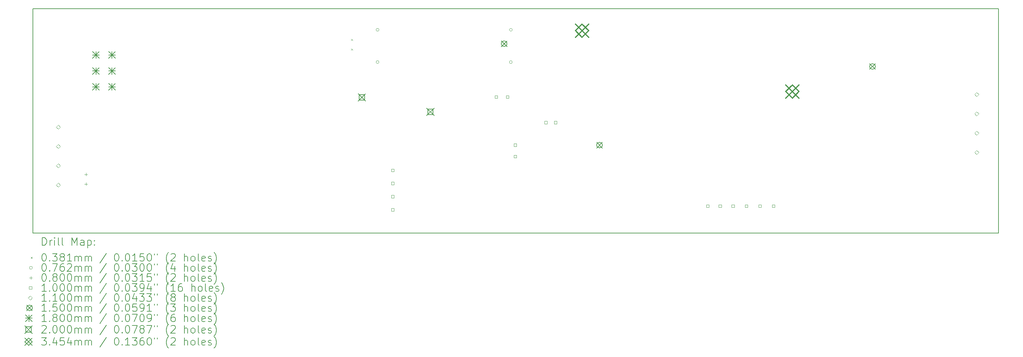
<source format=gbr>
%TF.GenerationSoftware,KiCad,Pcbnew,7.0.9*%
%TF.CreationDate,2024-04-01T22:02:27-07:00*%
%TF.ProjectId,AVcarrierBoard,41566361-7272-4696-9572-426f6172642e,rev?*%
%TF.SameCoordinates,Original*%
%TF.FileFunction,Drillmap*%
%TF.FilePolarity,Positive*%
%FSLAX45Y45*%
G04 Gerber Fmt 4.5, Leading zero omitted, Abs format (unit mm)*
G04 Created by KiCad (PCBNEW 7.0.9) date 2024-04-01 22:02:27*
%MOMM*%
%LPD*%
G01*
G04 APERTURE LIST*
%ADD10C,0.200000*%
%ADD11C,0.100000*%
%ADD12C,0.110000*%
%ADD13C,0.150000*%
%ADD14C,0.180000*%
%ADD15C,0.345440*%
G04 APERTURE END LIST*
D10*
X2276500Y-6557000D02*
X27636500Y-6557000D01*
X27636500Y-12457000D01*
X2276500Y-12457000D01*
X2276500Y-6557000D01*
D11*
X10640889Y-7357503D02*
X10678989Y-7395603D01*
X10678989Y-7357503D02*
X10640889Y-7395603D01*
X10640889Y-7611503D02*
X10678989Y-7649603D01*
X10678989Y-7611503D02*
X10640889Y-7649603D01*
X11369100Y-7112000D02*
G75*
G03*
X11369100Y-7112000I-38100J0D01*
G01*
X11369100Y-7962000D02*
G75*
G03*
X11369100Y-7962000I-38100J0D01*
G01*
X14869100Y-7112000D02*
G75*
G03*
X14869100Y-7112000I-38100J0D01*
G01*
X14869100Y-7962000D02*
G75*
G03*
X14869100Y-7962000I-38100J0D01*
G01*
X3673500Y-10874000D02*
X3673500Y-10954000D01*
X3633500Y-10914000D02*
X3713500Y-10914000D01*
X3673500Y-11128000D02*
X3673500Y-11208000D01*
X3633500Y-11168000D02*
X3713500Y-11168000D01*
X11762856Y-10841356D02*
X11762856Y-10770644D01*
X11692144Y-10770644D01*
X11692144Y-10841356D01*
X11762856Y-10841356D01*
X11762856Y-11187356D02*
X11762856Y-11116644D01*
X11692144Y-11116644D01*
X11692144Y-11187356D01*
X11762856Y-11187356D01*
X11762856Y-11533356D02*
X11762856Y-11462644D01*
X11692144Y-11462644D01*
X11692144Y-11533356D01*
X11762856Y-11533356D01*
X11762856Y-11879356D02*
X11762856Y-11808644D01*
X11692144Y-11808644D01*
X11692144Y-11879356D01*
X11762856Y-11879356D01*
X14482376Y-8915196D02*
X14482376Y-8844484D01*
X14411664Y-8844484D01*
X14411664Y-8915196D01*
X14482376Y-8915196D01*
X14779376Y-8915196D02*
X14779376Y-8844484D01*
X14708664Y-8844484D01*
X14708664Y-8915196D01*
X14779376Y-8915196D01*
X14980716Y-10179616D02*
X14980716Y-10108904D01*
X14910004Y-10108904D01*
X14910004Y-10179616D01*
X14980716Y-10179616D01*
X14980716Y-10476616D02*
X14980716Y-10405904D01*
X14910004Y-10405904D01*
X14910004Y-10476616D01*
X14980716Y-10476616D01*
X15788436Y-9585756D02*
X15788436Y-9515044D01*
X15717724Y-9515044D01*
X15717724Y-9585756D01*
X15788436Y-9585756D01*
X16042436Y-9585756D02*
X16042436Y-9515044D01*
X15971724Y-9515044D01*
X15971724Y-9585756D01*
X16042436Y-9585756D01*
X20037856Y-11782856D02*
X20037856Y-11712144D01*
X19967144Y-11712144D01*
X19967144Y-11782856D01*
X20037856Y-11782856D01*
X20361856Y-11782856D02*
X20361856Y-11712144D01*
X20291144Y-11712144D01*
X20291144Y-11782856D01*
X20361856Y-11782856D01*
X20699856Y-11782856D02*
X20699856Y-11712144D01*
X20629144Y-11712144D01*
X20629144Y-11782856D01*
X20699856Y-11782856D01*
X21053856Y-11782856D02*
X21053856Y-11712144D01*
X20983144Y-11712144D01*
X20983144Y-11782856D01*
X21053856Y-11782856D01*
X21407856Y-11782856D02*
X21407856Y-11712144D01*
X21337144Y-11712144D01*
X21337144Y-11782856D01*
X21407856Y-11782856D01*
X21761856Y-11782856D02*
X21761856Y-11712144D01*
X21691144Y-11712144D01*
X21691144Y-11782856D01*
X21761856Y-11782856D01*
D12*
X2946400Y-9727320D02*
X3001400Y-9672320D01*
X2946400Y-9617320D01*
X2891400Y-9672320D01*
X2946400Y-9727320D01*
X2946400Y-10235320D02*
X3001400Y-10180320D01*
X2946400Y-10125320D01*
X2891400Y-10180320D01*
X2946400Y-10235320D01*
X2946400Y-10743320D02*
X3001400Y-10688320D01*
X2946400Y-10633320D01*
X2891400Y-10688320D01*
X2946400Y-10743320D01*
X2946400Y-11251320D02*
X3001400Y-11196320D01*
X2946400Y-11141320D01*
X2891400Y-11196320D01*
X2946400Y-11251320D01*
X27065000Y-8868750D02*
X27120000Y-8813750D01*
X27065000Y-8758750D01*
X27010000Y-8813750D01*
X27065000Y-8868750D01*
X27065000Y-9376750D02*
X27120000Y-9321750D01*
X27065000Y-9266750D01*
X27010000Y-9321750D01*
X27065000Y-9376750D01*
X27065000Y-9884750D02*
X27120000Y-9829750D01*
X27065000Y-9774750D01*
X27010000Y-9829750D01*
X27065000Y-9884750D01*
X27065000Y-10392750D02*
X27120000Y-10337750D01*
X27065000Y-10282750D01*
X27010000Y-10337750D01*
X27065000Y-10392750D01*
D13*
X14580800Y-7402760D02*
X14730800Y-7552760D01*
X14730800Y-7402760D02*
X14580800Y-7552760D01*
X14730800Y-7477760D02*
G75*
G03*
X14730800Y-7477760I-75000J0D01*
G01*
X17085240Y-10069760D02*
X17235240Y-10219760D01*
X17235240Y-10069760D02*
X17085240Y-10219760D01*
X17235240Y-10144760D02*
G75*
G03*
X17235240Y-10144760I-75000J0D01*
G01*
X24253120Y-8002200D02*
X24403120Y-8152200D01*
X24403120Y-8002200D02*
X24253120Y-8152200D01*
X24403120Y-8077200D02*
G75*
G03*
X24403120Y-8077200I-75000J0D01*
G01*
D14*
X3845780Y-7683043D02*
X4025780Y-7863043D01*
X4025780Y-7683043D02*
X3845780Y-7863043D01*
X3935780Y-7683043D02*
X3935780Y-7863043D01*
X3845780Y-7773043D02*
X4025780Y-7773043D01*
X3845780Y-8103043D02*
X4025780Y-8283043D01*
X4025780Y-8103043D02*
X3845780Y-8283043D01*
X3935780Y-8103043D02*
X3935780Y-8283043D01*
X3845780Y-8193043D02*
X4025780Y-8193043D01*
X3845780Y-8523043D02*
X4025780Y-8703043D01*
X4025780Y-8523043D02*
X3845780Y-8703043D01*
X3935780Y-8523043D02*
X3935780Y-8703043D01*
X3845780Y-8613043D02*
X4025780Y-8613043D01*
X4265780Y-7683043D02*
X4445780Y-7863043D01*
X4445780Y-7683043D02*
X4265780Y-7863043D01*
X4355780Y-7683043D02*
X4355780Y-7863043D01*
X4265780Y-7773043D02*
X4445780Y-7773043D01*
X4265780Y-8103043D02*
X4445780Y-8283043D01*
X4445780Y-8103043D02*
X4265780Y-8283043D01*
X4355780Y-8103043D02*
X4355780Y-8283043D01*
X4265780Y-8193043D02*
X4445780Y-8193043D01*
X4265780Y-8523043D02*
X4445780Y-8703043D01*
X4445780Y-8523043D02*
X4265780Y-8703043D01*
X4355780Y-8523043D02*
X4355780Y-8703043D01*
X4265780Y-8613043D02*
X4445780Y-8613043D01*
D10*
X10822000Y-8790000D02*
X11022000Y-8990000D01*
X11022000Y-8790000D02*
X10822000Y-8990000D01*
X10992711Y-8960711D02*
X10992711Y-8819289D01*
X10851289Y-8819289D01*
X10851289Y-8960711D01*
X10992711Y-8960711D01*
X12620320Y-9171000D02*
X12820320Y-9371000D01*
X12820320Y-9171000D02*
X12620320Y-9371000D01*
X12791031Y-9341711D02*
X12791031Y-9200289D01*
X12649609Y-9200289D01*
X12649609Y-9341711D01*
X12791031Y-9341711D01*
D15*
X16527780Y-6964680D02*
X16873220Y-7310120D01*
X16873220Y-6964680D02*
X16527780Y-7310120D01*
X16700500Y-7310120D02*
X16873220Y-7137400D01*
X16700500Y-6964680D01*
X16527780Y-7137400D01*
X16700500Y-7310120D01*
X22052280Y-8564880D02*
X22397720Y-8910320D01*
X22397720Y-8564880D02*
X22052280Y-8910320D01*
X22225000Y-8910320D02*
X22397720Y-8737600D01*
X22225000Y-8564880D01*
X22052280Y-8737600D01*
X22225000Y-8910320D01*
D10*
X2527277Y-12778484D02*
X2527277Y-12578484D01*
X2527277Y-12578484D02*
X2574896Y-12578484D01*
X2574896Y-12578484D02*
X2603467Y-12588008D01*
X2603467Y-12588008D02*
X2622515Y-12607055D01*
X2622515Y-12607055D02*
X2632039Y-12626103D01*
X2632039Y-12626103D02*
X2641563Y-12664198D01*
X2641563Y-12664198D02*
X2641563Y-12692769D01*
X2641563Y-12692769D02*
X2632039Y-12730865D01*
X2632039Y-12730865D02*
X2622515Y-12749912D01*
X2622515Y-12749912D02*
X2603467Y-12768960D01*
X2603467Y-12768960D02*
X2574896Y-12778484D01*
X2574896Y-12778484D02*
X2527277Y-12778484D01*
X2727277Y-12778484D02*
X2727277Y-12645150D01*
X2727277Y-12683246D02*
X2736801Y-12664198D01*
X2736801Y-12664198D02*
X2746324Y-12654674D01*
X2746324Y-12654674D02*
X2765372Y-12645150D01*
X2765372Y-12645150D02*
X2784420Y-12645150D01*
X2851086Y-12778484D02*
X2851086Y-12645150D01*
X2851086Y-12578484D02*
X2841562Y-12588008D01*
X2841562Y-12588008D02*
X2851086Y-12597531D01*
X2851086Y-12597531D02*
X2860610Y-12588008D01*
X2860610Y-12588008D02*
X2851086Y-12578484D01*
X2851086Y-12578484D02*
X2851086Y-12597531D01*
X2974896Y-12778484D02*
X2955848Y-12768960D01*
X2955848Y-12768960D02*
X2946324Y-12749912D01*
X2946324Y-12749912D02*
X2946324Y-12578484D01*
X3079658Y-12778484D02*
X3060610Y-12768960D01*
X3060610Y-12768960D02*
X3051086Y-12749912D01*
X3051086Y-12749912D02*
X3051086Y-12578484D01*
X3308229Y-12778484D02*
X3308229Y-12578484D01*
X3308229Y-12578484D02*
X3374896Y-12721341D01*
X3374896Y-12721341D02*
X3441562Y-12578484D01*
X3441562Y-12578484D02*
X3441562Y-12778484D01*
X3622515Y-12778484D02*
X3622515Y-12673722D01*
X3622515Y-12673722D02*
X3612991Y-12654674D01*
X3612991Y-12654674D02*
X3593943Y-12645150D01*
X3593943Y-12645150D02*
X3555848Y-12645150D01*
X3555848Y-12645150D02*
X3536801Y-12654674D01*
X3622515Y-12768960D02*
X3603467Y-12778484D01*
X3603467Y-12778484D02*
X3555848Y-12778484D01*
X3555848Y-12778484D02*
X3536801Y-12768960D01*
X3536801Y-12768960D02*
X3527277Y-12749912D01*
X3527277Y-12749912D02*
X3527277Y-12730865D01*
X3527277Y-12730865D02*
X3536801Y-12711817D01*
X3536801Y-12711817D02*
X3555848Y-12702293D01*
X3555848Y-12702293D02*
X3603467Y-12702293D01*
X3603467Y-12702293D02*
X3622515Y-12692769D01*
X3717753Y-12645150D02*
X3717753Y-12845150D01*
X3717753Y-12654674D02*
X3736801Y-12645150D01*
X3736801Y-12645150D02*
X3774896Y-12645150D01*
X3774896Y-12645150D02*
X3793943Y-12654674D01*
X3793943Y-12654674D02*
X3803467Y-12664198D01*
X3803467Y-12664198D02*
X3812991Y-12683246D01*
X3812991Y-12683246D02*
X3812991Y-12740388D01*
X3812991Y-12740388D02*
X3803467Y-12759436D01*
X3803467Y-12759436D02*
X3793943Y-12768960D01*
X3793943Y-12768960D02*
X3774896Y-12778484D01*
X3774896Y-12778484D02*
X3736801Y-12778484D01*
X3736801Y-12778484D02*
X3717753Y-12768960D01*
X3898705Y-12759436D02*
X3908229Y-12768960D01*
X3908229Y-12768960D02*
X3898705Y-12778484D01*
X3898705Y-12778484D02*
X3889182Y-12768960D01*
X3889182Y-12768960D02*
X3898705Y-12759436D01*
X3898705Y-12759436D02*
X3898705Y-12778484D01*
X3898705Y-12654674D02*
X3908229Y-12664198D01*
X3908229Y-12664198D02*
X3898705Y-12673722D01*
X3898705Y-12673722D02*
X3889182Y-12664198D01*
X3889182Y-12664198D02*
X3898705Y-12654674D01*
X3898705Y-12654674D02*
X3898705Y-12673722D01*
D11*
X2228400Y-13087950D02*
X2266500Y-13126050D01*
X2266500Y-13087950D02*
X2228400Y-13126050D01*
D10*
X2565372Y-12998484D02*
X2584420Y-12998484D01*
X2584420Y-12998484D02*
X2603467Y-13008008D01*
X2603467Y-13008008D02*
X2612991Y-13017531D01*
X2612991Y-13017531D02*
X2622515Y-13036579D01*
X2622515Y-13036579D02*
X2632039Y-13074674D01*
X2632039Y-13074674D02*
X2632039Y-13122293D01*
X2632039Y-13122293D02*
X2622515Y-13160388D01*
X2622515Y-13160388D02*
X2612991Y-13179436D01*
X2612991Y-13179436D02*
X2603467Y-13188960D01*
X2603467Y-13188960D02*
X2584420Y-13198484D01*
X2584420Y-13198484D02*
X2565372Y-13198484D01*
X2565372Y-13198484D02*
X2546324Y-13188960D01*
X2546324Y-13188960D02*
X2536801Y-13179436D01*
X2536801Y-13179436D02*
X2527277Y-13160388D01*
X2527277Y-13160388D02*
X2517753Y-13122293D01*
X2517753Y-13122293D02*
X2517753Y-13074674D01*
X2517753Y-13074674D02*
X2527277Y-13036579D01*
X2527277Y-13036579D02*
X2536801Y-13017531D01*
X2536801Y-13017531D02*
X2546324Y-13008008D01*
X2546324Y-13008008D02*
X2565372Y-12998484D01*
X2717753Y-13179436D02*
X2727277Y-13188960D01*
X2727277Y-13188960D02*
X2717753Y-13198484D01*
X2717753Y-13198484D02*
X2708229Y-13188960D01*
X2708229Y-13188960D02*
X2717753Y-13179436D01*
X2717753Y-13179436D02*
X2717753Y-13198484D01*
X2793944Y-12998484D02*
X2917753Y-12998484D01*
X2917753Y-12998484D02*
X2851086Y-13074674D01*
X2851086Y-13074674D02*
X2879658Y-13074674D01*
X2879658Y-13074674D02*
X2898705Y-13084198D01*
X2898705Y-13084198D02*
X2908229Y-13093722D01*
X2908229Y-13093722D02*
X2917753Y-13112769D01*
X2917753Y-13112769D02*
X2917753Y-13160388D01*
X2917753Y-13160388D02*
X2908229Y-13179436D01*
X2908229Y-13179436D02*
X2898705Y-13188960D01*
X2898705Y-13188960D02*
X2879658Y-13198484D01*
X2879658Y-13198484D02*
X2822515Y-13198484D01*
X2822515Y-13198484D02*
X2803467Y-13188960D01*
X2803467Y-13188960D02*
X2793944Y-13179436D01*
X3032039Y-13084198D02*
X3012991Y-13074674D01*
X3012991Y-13074674D02*
X3003467Y-13065150D01*
X3003467Y-13065150D02*
X2993943Y-13046103D01*
X2993943Y-13046103D02*
X2993943Y-13036579D01*
X2993943Y-13036579D02*
X3003467Y-13017531D01*
X3003467Y-13017531D02*
X3012991Y-13008008D01*
X3012991Y-13008008D02*
X3032039Y-12998484D01*
X3032039Y-12998484D02*
X3070134Y-12998484D01*
X3070134Y-12998484D02*
X3089182Y-13008008D01*
X3089182Y-13008008D02*
X3098705Y-13017531D01*
X3098705Y-13017531D02*
X3108229Y-13036579D01*
X3108229Y-13036579D02*
X3108229Y-13046103D01*
X3108229Y-13046103D02*
X3098705Y-13065150D01*
X3098705Y-13065150D02*
X3089182Y-13074674D01*
X3089182Y-13074674D02*
X3070134Y-13084198D01*
X3070134Y-13084198D02*
X3032039Y-13084198D01*
X3032039Y-13084198D02*
X3012991Y-13093722D01*
X3012991Y-13093722D02*
X3003467Y-13103246D01*
X3003467Y-13103246D02*
X2993943Y-13122293D01*
X2993943Y-13122293D02*
X2993943Y-13160388D01*
X2993943Y-13160388D02*
X3003467Y-13179436D01*
X3003467Y-13179436D02*
X3012991Y-13188960D01*
X3012991Y-13188960D02*
X3032039Y-13198484D01*
X3032039Y-13198484D02*
X3070134Y-13198484D01*
X3070134Y-13198484D02*
X3089182Y-13188960D01*
X3089182Y-13188960D02*
X3098705Y-13179436D01*
X3098705Y-13179436D02*
X3108229Y-13160388D01*
X3108229Y-13160388D02*
X3108229Y-13122293D01*
X3108229Y-13122293D02*
X3098705Y-13103246D01*
X3098705Y-13103246D02*
X3089182Y-13093722D01*
X3089182Y-13093722D02*
X3070134Y-13084198D01*
X3298705Y-13198484D02*
X3184420Y-13198484D01*
X3241562Y-13198484D02*
X3241562Y-12998484D01*
X3241562Y-12998484D02*
X3222515Y-13027055D01*
X3222515Y-13027055D02*
X3203467Y-13046103D01*
X3203467Y-13046103D02*
X3184420Y-13055627D01*
X3384420Y-13198484D02*
X3384420Y-13065150D01*
X3384420Y-13084198D02*
X3393943Y-13074674D01*
X3393943Y-13074674D02*
X3412991Y-13065150D01*
X3412991Y-13065150D02*
X3441563Y-13065150D01*
X3441563Y-13065150D02*
X3460610Y-13074674D01*
X3460610Y-13074674D02*
X3470134Y-13093722D01*
X3470134Y-13093722D02*
X3470134Y-13198484D01*
X3470134Y-13093722D02*
X3479658Y-13074674D01*
X3479658Y-13074674D02*
X3498705Y-13065150D01*
X3498705Y-13065150D02*
X3527277Y-13065150D01*
X3527277Y-13065150D02*
X3546324Y-13074674D01*
X3546324Y-13074674D02*
X3555848Y-13093722D01*
X3555848Y-13093722D02*
X3555848Y-13198484D01*
X3651086Y-13198484D02*
X3651086Y-13065150D01*
X3651086Y-13084198D02*
X3660610Y-13074674D01*
X3660610Y-13074674D02*
X3679658Y-13065150D01*
X3679658Y-13065150D02*
X3708229Y-13065150D01*
X3708229Y-13065150D02*
X3727277Y-13074674D01*
X3727277Y-13074674D02*
X3736801Y-13093722D01*
X3736801Y-13093722D02*
X3736801Y-13198484D01*
X3736801Y-13093722D02*
X3746324Y-13074674D01*
X3746324Y-13074674D02*
X3765372Y-13065150D01*
X3765372Y-13065150D02*
X3793943Y-13065150D01*
X3793943Y-13065150D02*
X3812991Y-13074674D01*
X3812991Y-13074674D02*
X3822515Y-13093722D01*
X3822515Y-13093722D02*
X3822515Y-13198484D01*
X4212991Y-12988960D02*
X4041563Y-13246103D01*
X4470134Y-12998484D02*
X4489182Y-12998484D01*
X4489182Y-12998484D02*
X4508229Y-13008008D01*
X4508229Y-13008008D02*
X4517753Y-13017531D01*
X4517753Y-13017531D02*
X4527277Y-13036579D01*
X4527277Y-13036579D02*
X4536801Y-13074674D01*
X4536801Y-13074674D02*
X4536801Y-13122293D01*
X4536801Y-13122293D02*
X4527277Y-13160388D01*
X4527277Y-13160388D02*
X4517753Y-13179436D01*
X4517753Y-13179436D02*
X4508229Y-13188960D01*
X4508229Y-13188960D02*
X4489182Y-13198484D01*
X4489182Y-13198484D02*
X4470134Y-13198484D01*
X4470134Y-13198484D02*
X4451087Y-13188960D01*
X4451087Y-13188960D02*
X4441563Y-13179436D01*
X4441563Y-13179436D02*
X4432039Y-13160388D01*
X4432039Y-13160388D02*
X4422515Y-13122293D01*
X4422515Y-13122293D02*
X4422515Y-13074674D01*
X4422515Y-13074674D02*
X4432039Y-13036579D01*
X4432039Y-13036579D02*
X4441563Y-13017531D01*
X4441563Y-13017531D02*
X4451087Y-13008008D01*
X4451087Y-13008008D02*
X4470134Y-12998484D01*
X4622515Y-13179436D02*
X4632039Y-13188960D01*
X4632039Y-13188960D02*
X4622515Y-13198484D01*
X4622515Y-13198484D02*
X4612991Y-13188960D01*
X4612991Y-13188960D02*
X4622515Y-13179436D01*
X4622515Y-13179436D02*
X4622515Y-13198484D01*
X4755848Y-12998484D02*
X4774896Y-12998484D01*
X4774896Y-12998484D02*
X4793944Y-13008008D01*
X4793944Y-13008008D02*
X4803468Y-13017531D01*
X4803468Y-13017531D02*
X4812991Y-13036579D01*
X4812991Y-13036579D02*
X4822515Y-13074674D01*
X4822515Y-13074674D02*
X4822515Y-13122293D01*
X4822515Y-13122293D02*
X4812991Y-13160388D01*
X4812991Y-13160388D02*
X4803468Y-13179436D01*
X4803468Y-13179436D02*
X4793944Y-13188960D01*
X4793944Y-13188960D02*
X4774896Y-13198484D01*
X4774896Y-13198484D02*
X4755848Y-13198484D01*
X4755848Y-13198484D02*
X4736801Y-13188960D01*
X4736801Y-13188960D02*
X4727277Y-13179436D01*
X4727277Y-13179436D02*
X4717753Y-13160388D01*
X4717753Y-13160388D02*
X4708229Y-13122293D01*
X4708229Y-13122293D02*
X4708229Y-13074674D01*
X4708229Y-13074674D02*
X4717753Y-13036579D01*
X4717753Y-13036579D02*
X4727277Y-13017531D01*
X4727277Y-13017531D02*
X4736801Y-13008008D01*
X4736801Y-13008008D02*
X4755848Y-12998484D01*
X5012991Y-13198484D02*
X4898706Y-13198484D01*
X4955848Y-13198484D02*
X4955848Y-12998484D01*
X4955848Y-12998484D02*
X4936801Y-13027055D01*
X4936801Y-13027055D02*
X4917753Y-13046103D01*
X4917753Y-13046103D02*
X4898706Y-13055627D01*
X5193944Y-12998484D02*
X5098706Y-12998484D01*
X5098706Y-12998484D02*
X5089182Y-13093722D01*
X5089182Y-13093722D02*
X5098706Y-13084198D01*
X5098706Y-13084198D02*
X5117753Y-13074674D01*
X5117753Y-13074674D02*
X5165372Y-13074674D01*
X5165372Y-13074674D02*
X5184420Y-13084198D01*
X5184420Y-13084198D02*
X5193944Y-13093722D01*
X5193944Y-13093722D02*
X5203468Y-13112769D01*
X5203468Y-13112769D02*
X5203468Y-13160388D01*
X5203468Y-13160388D02*
X5193944Y-13179436D01*
X5193944Y-13179436D02*
X5184420Y-13188960D01*
X5184420Y-13188960D02*
X5165372Y-13198484D01*
X5165372Y-13198484D02*
X5117753Y-13198484D01*
X5117753Y-13198484D02*
X5098706Y-13188960D01*
X5098706Y-13188960D02*
X5089182Y-13179436D01*
X5327277Y-12998484D02*
X5346325Y-12998484D01*
X5346325Y-12998484D02*
X5365372Y-13008008D01*
X5365372Y-13008008D02*
X5374896Y-13017531D01*
X5374896Y-13017531D02*
X5384420Y-13036579D01*
X5384420Y-13036579D02*
X5393944Y-13074674D01*
X5393944Y-13074674D02*
X5393944Y-13122293D01*
X5393944Y-13122293D02*
X5384420Y-13160388D01*
X5384420Y-13160388D02*
X5374896Y-13179436D01*
X5374896Y-13179436D02*
X5365372Y-13188960D01*
X5365372Y-13188960D02*
X5346325Y-13198484D01*
X5346325Y-13198484D02*
X5327277Y-13198484D01*
X5327277Y-13198484D02*
X5308229Y-13188960D01*
X5308229Y-13188960D02*
X5298706Y-13179436D01*
X5298706Y-13179436D02*
X5289182Y-13160388D01*
X5289182Y-13160388D02*
X5279658Y-13122293D01*
X5279658Y-13122293D02*
X5279658Y-13074674D01*
X5279658Y-13074674D02*
X5289182Y-13036579D01*
X5289182Y-13036579D02*
X5298706Y-13017531D01*
X5298706Y-13017531D02*
X5308229Y-13008008D01*
X5308229Y-13008008D02*
X5327277Y-12998484D01*
X5470134Y-12998484D02*
X5470134Y-13036579D01*
X5546325Y-12998484D02*
X5546325Y-13036579D01*
X5841563Y-13274674D02*
X5832039Y-13265150D01*
X5832039Y-13265150D02*
X5812991Y-13236579D01*
X5812991Y-13236579D02*
X5803468Y-13217531D01*
X5803468Y-13217531D02*
X5793944Y-13188960D01*
X5793944Y-13188960D02*
X5784420Y-13141341D01*
X5784420Y-13141341D02*
X5784420Y-13103246D01*
X5784420Y-13103246D02*
X5793944Y-13055627D01*
X5793944Y-13055627D02*
X5803468Y-13027055D01*
X5803468Y-13027055D02*
X5812991Y-13008008D01*
X5812991Y-13008008D02*
X5832039Y-12979436D01*
X5832039Y-12979436D02*
X5841563Y-12969912D01*
X5908229Y-13017531D02*
X5917753Y-13008008D01*
X5917753Y-13008008D02*
X5936801Y-12998484D01*
X5936801Y-12998484D02*
X5984420Y-12998484D01*
X5984420Y-12998484D02*
X6003468Y-13008008D01*
X6003468Y-13008008D02*
X6012991Y-13017531D01*
X6012991Y-13017531D02*
X6022515Y-13036579D01*
X6022515Y-13036579D02*
X6022515Y-13055627D01*
X6022515Y-13055627D02*
X6012991Y-13084198D01*
X6012991Y-13084198D02*
X5898706Y-13198484D01*
X5898706Y-13198484D02*
X6022515Y-13198484D01*
X6260610Y-13198484D02*
X6260610Y-12998484D01*
X6346325Y-13198484D02*
X6346325Y-13093722D01*
X6346325Y-13093722D02*
X6336801Y-13074674D01*
X6336801Y-13074674D02*
X6317753Y-13065150D01*
X6317753Y-13065150D02*
X6289182Y-13065150D01*
X6289182Y-13065150D02*
X6270134Y-13074674D01*
X6270134Y-13074674D02*
X6260610Y-13084198D01*
X6470134Y-13198484D02*
X6451087Y-13188960D01*
X6451087Y-13188960D02*
X6441563Y-13179436D01*
X6441563Y-13179436D02*
X6432039Y-13160388D01*
X6432039Y-13160388D02*
X6432039Y-13103246D01*
X6432039Y-13103246D02*
X6441563Y-13084198D01*
X6441563Y-13084198D02*
X6451087Y-13074674D01*
X6451087Y-13074674D02*
X6470134Y-13065150D01*
X6470134Y-13065150D02*
X6498706Y-13065150D01*
X6498706Y-13065150D02*
X6517753Y-13074674D01*
X6517753Y-13074674D02*
X6527277Y-13084198D01*
X6527277Y-13084198D02*
X6536801Y-13103246D01*
X6536801Y-13103246D02*
X6536801Y-13160388D01*
X6536801Y-13160388D02*
X6527277Y-13179436D01*
X6527277Y-13179436D02*
X6517753Y-13188960D01*
X6517753Y-13188960D02*
X6498706Y-13198484D01*
X6498706Y-13198484D02*
X6470134Y-13198484D01*
X6651087Y-13198484D02*
X6632039Y-13188960D01*
X6632039Y-13188960D02*
X6622515Y-13169912D01*
X6622515Y-13169912D02*
X6622515Y-12998484D01*
X6803468Y-13188960D02*
X6784420Y-13198484D01*
X6784420Y-13198484D02*
X6746325Y-13198484D01*
X6746325Y-13198484D02*
X6727277Y-13188960D01*
X6727277Y-13188960D02*
X6717753Y-13169912D01*
X6717753Y-13169912D02*
X6717753Y-13093722D01*
X6717753Y-13093722D02*
X6727277Y-13074674D01*
X6727277Y-13074674D02*
X6746325Y-13065150D01*
X6746325Y-13065150D02*
X6784420Y-13065150D01*
X6784420Y-13065150D02*
X6803468Y-13074674D01*
X6803468Y-13074674D02*
X6812991Y-13093722D01*
X6812991Y-13093722D02*
X6812991Y-13112769D01*
X6812991Y-13112769D02*
X6717753Y-13131817D01*
X6889182Y-13188960D02*
X6908230Y-13198484D01*
X6908230Y-13198484D02*
X6946325Y-13198484D01*
X6946325Y-13198484D02*
X6965372Y-13188960D01*
X6965372Y-13188960D02*
X6974896Y-13169912D01*
X6974896Y-13169912D02*
X6974896Y-13160388D01*
X6974896Y-13160388D02*
X6965372Y-13141341D01*
X6965372Y-13141341D02*
X6946325Y-13131817D01*
X6946325Y-13131817D02*
X6917753Y-13131817D01*
X6917753Y-13131817D02*
X6898706Y-13122293D01*
X6898706Y-13122293D02*
X6889182Y-13103246D01*
X6889182Y-13103246D02*
X6889182Y-13093722D01*
X6889182Y-13093722D02*
X6898706Y-13074674D01*
X6898706Y-13074674D02*
X6917753Y-13065150D01*
X6917753Y-13065150D02*
X6946325Y-13065150D01*
X6946325Y-13065150D02*
X6965372Y-13074674D01*
X7041563Y-13274674D02*
X7051087Y-13265150D01*
X7051087Y-13265150D02*
X7070134Y-13236579D01*
X7070134Y-13236579D02*
X7079658Y-13217531D01*
X7079658Y-13217531D02*
X7089182Y-13188960D01*
X7089182Y-13188960D02*
X7098706Y-13141341D01*
X7098706Y-13141341D02*
X7098706Y-13103246D01*
X7098706Y-13103246D02*
X7089182Y-13055627D01*
X7089182Y-13055627D02*
X7079658Y-13027055D01*
X7079658Y-13027055D02*
X7070134Y-13008008D01*
X7070134Y-13008008D02*
X7051087Y-12979436D01*
X7051087Y-12979436D02*
X7041563Y-12969912D01*
D11*
X2266500Y-13371000D02*
G75*
G03*
X2266500Y-13371000I-38100J0D01*
G01*
D10*
X2565372Y-13262484D02*
X2584420Y-13262484D01*
X2584420Y-13262484D02*
X2603467Y-13272008D01*
X2603467Y-13272008D02*
X2612991Y-13281531D01*
X2612991Y-13281531D02*
X2622515Y-13300579D01*
X2622515Y-13300579D02*
X2632039Y-13338674D01*
X2632039Y-13338674D02*
X2632039Y-13386293D01*
X2632039Y-13386293D02*
X2622515Y-13424388D01*
X2622515Y-13424388D02*
X2612991Y-13443436D01*
X2612991Y-13443436D02*
X2603467Y-13452960D01*
X2603467Y-13452960D02*
X2584420Y-13462484D01*
X2584420Y-13462484D02*
X2565372Y-13462484D01*
X2565372Y-13462484D02*
X2546324Y-13452960D01*
X2546324Y-13452960D02*
X2536801Y-13443436D01*
X2536801Y-13443436D02*
X2527277Y-13424388D01*
X2527277Y-13424388D02*
X2517753Y-13386293D01*
X2517753Y-13386293D02*
X2517753Y-13338674D01*
X2517753Y-13338674D02*
X2527277Y-13300579D01*
X2527277Y-13300579D02*
X2536801Y-13281531D01*
X2536801Y-13281531D02*
X2546324Y-13272008D01*
X2546324Y-13272008D02*
X2565372Y-13262484D01*
X2717753Y-13443436D02*
X2727277Y-13452960D01*
X2727277Y-13452960D02*
X2717753Y-13462484D01*
X2717753Y-13462484D02*
X2708229Y-13452960D01*
X2708229Y-13452960D02*
X2717753Y-13443436D01*
X2717753Y-13443436D02*
X2717753Y-13462484D01*
X2793944Y-13262484D02*
X2927277Y-13262484D01*
X2927277Y-13262484D02*
X2841562Y-13462484D01*
X3089182Y-13262484D02*
X3051086Y-13262484D01*
X3051086Y-13262484D02*
X3032039Y-13272008D01*
X3032039Y-13272008D02*
X3022515Y-13281531D01*
X3022515Y-13281531D02*
X3003467Y-13310103D01*
X3003467Y-13310103D02*
X2993943Y-13348198D01*
X2993943Y-13348198D02*
X2993943Y-13424388D01*
X2993943Y-13424388D02*
X3003467Y-13443436D01*
X3003467Y-13443436D02*
X3012991Y-13452960D01*
X3012991Y-13452960D02*
X3032039Y-13462484D01*
X3032039Y-13462484D02*
X3070134Y-13462484D01*
X3070134Y-13462484D02*
X3089182Y-13452960D01*
X3089182Y-13452960D02*
X3098705Y-13443436D01*
X3098705Y-13443436D02*
X3108229Y-13424388D01*
X3108229Y-13424388D02*
X3108229Y-13376769D01*
X3108229Y-13376769D02*
X3098705Y-13357722D01*
X3098705Y-13357722D02*
X3089182Y-13348198D01*
X3089182Y-13348198D02*
X3070134Y-13338674D01*
X3070134Y-13338674D02*
X3032039Y-13338674D01*
X3032039Y-13338674D02*
X3012991Y-13348198D01*
X3012991Y-13348198D02*
X3003467Y-13357722D01*
X3003467Y-13357722D02*
X2993943Y-13376769D01*
X3184420Y-13281531D02*
X3193943Y-13272008D01*
X3193943Y-13272008D02*
X3212991Y-13262484D01*
X3212991Y-13262484D02*
X3260610Y-13262484D01*
X3260610Y-13262484D02*
X3279658Y-13272008D01*
X3279658Y-13272008D02*
X3289182Y-13281531D01*
X3289182Y-13281531D02*
X3298705Y-13300579D01*
X3298705Y-13300579D02*
X3298705Y-13319627D01*
X3298705Y-13319627D02*
X3289182Y-13348198D01*
X3289182Y-13348198D02*
X3174896Y-13462484D01*
X3174896Y-13462484D02*
X3298705Y-13462484D01*
X3384420Y-13462484D02*
X3384420Y-13329150D01*
X3384420Y-13348198D02*
X3393943Y-13338674D01*
X3393943Y-13338674D02*
X3412991Y-13329150D01*
X3412991Y-13329150D02*
X3441563Y-13329150D01*
X3441563Y-13329150D02*
X3460610Y-13338674D01*
X3460610Y-13338674D02*
X3470134Y-13357722D01*
X3470134Y-13357722D02*
X3470134Y-13462484D01*
X3470134Y-13357722D02*
X3479658Y-13338674D01*
X3479658Y-13338674D02*
X3498705Y-13329150D01*
X3498705Y-13329150D02*
X3527277Y-13329150D01*
X3527277Y-13329150D02*
X3546324Y-13338674D01*
X3546324Y-13338674D02*
X3555848Y-13357722D01*
X3555848Y-13357722D02*
X3555848Y-13462484D01*
X3651086Y-13462484D02*
X3651086Y-13329150D01*
X3651086Y-13348198D02*
X3660610Y-13338674D01*
X3660610Y-13338674D02*
X3679658Y-13329150D01*
X3679658Y-13329150D02*
X3708229Y-13329150D01*
X3708229Y-13329150D02*
X3727277Y-13338674D01*
X3727277Y-13338674D02*
X3736801Y-13357722D01*
X3736801Y-13357722D02*
X3736801Y-13462484D01*
X3736801Y-13357722D02*
X3746324Y-13338674D01*
X3746324Y-13338674D02*
X3765372Y-13329150D01*
X3765372Y-13329150D02*
X3793943Y-13329150D01*
X3793943Y-13329150D02*
X3812991Y-13338674D01*
X3812991Y-13338674D02*
X3822515Y-13357722D01*
X3822515Y-13357722D02*
X3822515Y-13462484D01*
X4212991Y-13252960D02*
X4041563Y-13510103D01*
X4470134Y-13262484D02*
X4489182Y-13262484D01*
X4489182Y-13262484D02*
X4508229Y-13272008D01*
X4508229Y-13272008D02*
X4517753Y-13281531D01*
X4517753Y-13281531D02*
X4527277Y-13300579D01*
X4527277Y-13300579D02*
X4536801Y-13338674D01*
X4536801Y-13338674D02*
X4536801Y-13386293D01*
X4536801Y-13386293D02*
X4527277Y-13424388D01*
X4527277Y-13424388D02*
X4517753Y-13443436D01*
X4517753Y-13443436D02*
X4508229Y-13452960D01*
X4508229Y-13452960D02*
X4489182Y-13462484D01*
X4489182Y-13462484D02*
X4470134Y-13462484D01*
X4470134Y-13462484D02*
X4451087Y-13452960D01*
X4451087Y-13452960D02*
X4441563Y-13443436D01*
X4441563Y-13443436D02*
X4432039Y-13424388D01*
X4432039Y-13424388D02*
X4422515Y-13386293D01*
X4422515Y-13386293D02*
X4422515Y-13338674D01*
X4422515Y-13338674D02*
X4432039Y-13300579D01*
X4432039Y-13300579D02*
X4441563Y-13281531D01*
X4441563Y-13281531D02*
X4451087Y-13272008D01*
X4451087Y-13272008D02*
X4470134Y-13262484D01*
X4622515Y-13443436D02*
X4632039Y-13452960D01*
X4632039Y-13452960D02*
X4622515Y-13462484D01*
X4622515Y-13462484D02*
X4612991Y-13452960D01*
X4612991Y-13452960D02*
X4622515Y-13443436D01*
X4622515Y-13443436D02*
X4622515Y-13462484D01*
X4755848Y-13262484D02*
X4774896Y-13262484D01*
X4774896Y-13262484D02*
X4793944Y-13272008D01*
X4793944Y-13272008D02*
X4803468Y-13281531D01*
X4803468Y-13281531D02*
X4812991Y-13300579D01*
X4812991Y-13300579D02*
X4822515Y-13338674D01*
X4822515Y-13338674D02*
X4822515Y-13386293D01*
X4822515Y-13386293D02*
X4812991Y-13424388D01*
X4812991Y-13424388D02*
X4803468Y-13443436D01*
X4803468Y-13443436D02*
X4793944Y-13452960D01*
X4793944Y-13452960D02*
X4774896Y-13462484D01*
X4774896Y-13462484D02*
X4755848Y-13462484D01*
X4755848Y-13462484D02*
X4736801Y-13452960D01*
X4736801Y-13452960D02*
X4727277Y-13443436D01*
X4727277Y-13443436D02*
X4717753Y-13424388D01*
X4717753Y-13424388D02*
X4708229Y-13386293D01*
X4708229Y-13386293D02*
X4708229Y-13338674D01*
X4708229Y-13338674D02*
X4717753Y-13300579D01*
X4717753Y-13300579D02*
X4727277Y-13281531D01*
X4727277Y-13281531D02*
X4736801Y-13272008D01*
X4736801Y-13272008D02*
X4755848Y-13262484D01*
X4889182Y-13262484D02*
X5012991Y-13262484D01*
X5012991Y-13262484D02*
X4946325Y-13338674D01*
X4946325Y-13338674D02*
X4974896Y-13338674D01*
X4974896Y-13338674D02*
X4993944Y-13348198D01*
X4993944Y-13348198D02*
X5003468Y-13357722D01*
X5003468Y-13357722D02*
X5012991Y-13376769D01*
X5012991Y-13376769D02*
X5012991Y-13424388D01*
X5012991Y-13424388D02*
X5003468Y-13443436D01*
X5003468Y-13443436D02*
X4993944Y-13452960D01*
X4993944Y-13452960D02*
X4974896Y-13462484D01*
X4974896Y-13462484D02*
X4917753Y-13462484D01*
X4917753Y-13462484D02*
X4898706Y-13452960D01*
X4898706Y-13452960D02*
X4889182Y-13443436D01*
X5136801Y-13262484D02*
X5155849Y-13262484D01*
X5155849Y-13262484D02*
X5174896Y-13272008D01*
X5174896Y-13272008D02*
X5184420Y-13281531D01*
X5184420Y-13281531D02*
X5193944Y-13300579D01*
X5193944Y-13300579D02*
X5203468Y-13338674D01*
X5203468Y-13338674D02*
X5203468Y-13386293D01*
X5203468Y-13386293D02*
X5193944Y-13424388D01*
X5193944Y-13424388D02*
X5184420Y-13443436D01*
X5184420Y-13443436D02*
X5174896Y-13452960D01*
X5174896Y-13452960D02*
X5155849Y-13462484D01*
X5155849Y-13462484D02*
X5136801Y-13462484D01*
X5136801Y-13462484D02*
X5117753Y-13452960D01*
X5117753Y-13452960D02*
X5108229Y-13443436D01*
X5108229Y-13443436D02*
X5098706Y-13424388D01*
X5098706Y-13424388D02*
X5089182Y-13386293D01*
X5089182Y-13386293D02*
X5089182Y-13338674D01*
X5089182Y-13338674D02*
X5098706Y-13300579D01*
X5098706Y-13300579D02*
X5108229Y-13281531D01*
X5108229Y-13281531D02*
X5117753Y-13272008D01*
X5117753Y-13272008D02*
X5136801Y-13262484D01*
X5327277Y-13262484D02*
X5346325Y-13262484D01*
X5346325Y-13262484D02*
X5365372Y-13272008D01*
X5365372Y-13272008D02*
X5374896Y-13281531D01*
X5374896Y-13281531D02*
X5384420Y-13300579D01*
X5384420Y-13300579D02*
X5393944Y-13338674D01*
X5393944Y-13338674D02*
X5393944Y-13386293D01*
X5393944Y-13386293D02*
X5384420Y-13424388D01*
X5384420Y-13424388D02*
X5374896Y-13443436D01*
X5374896Y-13443436D02*
X5365372Y-13452960D01*
X5365372Y-13452960D02*
X5346325Y-13462484D01*
X5346325Y-13462484D02*
X5327277Y-13462484D01*
X5327277Y-13462484D02*
X5308229Y-13452960D01*
X5308229Y-13452960D02*
X5298706Y-13443436D01*
X5298706Y-13443436D02*
X5289182Y-13424388D01*
X5289182Y-13424388D02*
X5279658Y-13386293D01*
X5279658Y-13386293D02*
X5279658Y-13338674D01*
X5279658Y-13338674D02*
X5289182Y-13300579D01*
X5289182Y-13300579D02*
X5298706Y-13281531D01*
X5298706Y-13281531D02*
X5308229Y-13272008D01*
X5308229Y-13272008D02*
X5327277Y-13262484D01*
X5470134Y-13262484D02*
X5470134Y-13300579D01*
X5546325Y-13262484D02*
X5546325Y-13300579D01*
X5841563Y-13538674D02*
X5832039Y-13529150D01*
X5832039Y-13529150D02*
X5812991Y-13500579D01*
X5812991Y-13500579D02*
X5803468Y-13481531D01*
X5803468Y-13481531D02*
X5793944Y-13452960D01*
X5793944Y-13452960D02*
X5784420Y-13405341D01*
X5784420Y-13405341D02*
X5784420Y-13367246D01*
X5784420Y-13367246D02*
X5793944Y-13319627D01*
X5793944Y-13319627D02*
X5803468Y-13291055D01*
X5803468Y-13291055D02*
X5812991Y-13272008D01*
X5812991Y-13272008D02*
X5832039Y-13243436D01*
X5832039Y-13243436D02*
X5841563Y-13233912D01*
X6003468Y-13329150D02*
X6003468Y-13462484D01*
X5955848Y-13252960D02*
X5908229Y-13395817D01*
X5908229Y-13395817D02*
X6032039Y-13395817D01*
X6260610Y-13462484D02*
X6260610Y-13262484D01*
X6346325Y-13462484D02*
X6346325Y-13357722D01*
X6346325Y-13357722D02*
X6336801Y-13338674D01*
X6336801Y-13338674D02*
X6317753Y-13329150D01*
X6317753Y-13329150D02*
X6289182Y-13329150D01*
X6289182Y-13329150D02*
X6270134Y-13338674D01*
X6270134Y-13338674D02*
X6260610Y-13348198D01*
X6470134Y-13462484D02*
X6451087Y-13452960D01*
X6451087Y-13452960D02*
X6441563Y-13443436D01*
X6441563Y-13443436D02*
X6432039Y-13424388D01*
X6432039Y-13424388D02*
X6432039Y-13367246D01*
X6432039Y-13367246D02*
X6441563Y-13348198D01*
X6441563Y-13348198D02*
X6451087Y-13338674D01*
X6451087Y-13338674D02*
X6470134Y-13329150D01*
X6470134Y-13329150D02*
X6498706Y-13329150D01*
X6498706Y-13329150D02*
X6517753Y-13338674D01*
X6517753Y-13338674D02*
X6527277Y-13348198D01*
X6527277Y-13348198D02*
X6536801Y-13367246D01*
X6536801Y-13367246D02*
X6536801Y-13424388D01*
X6536801Y-13424388D02*
X6527277Y-13443436D01*
X6527277Y-13443436D02*
X6517753Y-13452960D01*
X6517753Y-13452960D02*
X6498706Y-13462484D01*
X6498706Y-13462484D02*
X6470134Y-13462484D01*
X6651087Y-13462484D02*
X6632039Y-13452960D01*
X6632039Y-13452960D02*
X6622515Y-13433912D01*
X6622515Y-13433912D02*
X6622515Y-13262484D01*
X6803468Y-13452960D02*
X6784420Y-13462484D01*
X6784420Y-13462484D02*
X6746325Y-13462484D01*
X6746325Y-13462484D02*
X6727277Y-13452960D01*
X6727277Y-13452960D02*
X6717753Y-13433912D01*
X6717753Y-13433912D02*
X6717753Y-13357722D01*
X6717753Y-13357722D02*
X6727277Y-13338674D01*
X6727277Y-13338674D02*
X6746325Y-13329150D01*
X6746325Y-13329150D02*
X6784420Y-13329150D01*
X6784420Y-13329150D02*
X6803468Y-13338674D01*
X6803468Y-13338674D02*
X6812991Y-13357722D01*
X6812991Y-13357722D02*
X6812991Y-13376769D01*
X6812991Y-13376769D02*
X6717753Y-13395817D01*
X6889182Y-13452960D02*
X6908230Y-13462484D01*
X6908230Y-13462484D02*
X6946325Y-13462484D01*
X6946325Y-13462484D02*
X6965372Y-13452960D01*
X6965372Y-13452960D02*
X6974896Y-13433912D01*
X6974896Y-13433912D02*
X6974896Y-13424388D01*
X6974896Y-13424388D02*
X6965372Y-13405341D01*
X6965372Y-13405341D02*
X6946325Y-13395817D01*
X6946325Y-13395817D02*
X6917753Y-13395817D01*
X6917753Y-13395817D02*
X6898706Y-13386293D01*
X6898706Y-13386293D02*
X6889182Y-13367246D01*
X6889182Y-13367246D02*
X6889182Y-13357722D01*
X6889182Y-13357722D02*
X6898706Y-13338674D01*
X6898706Y-13338674D02*
X6917753Y-13329150D01*
X6917753Y-13329150D02*
X6946325Y-13329150D01*
X6946325Y-13329150D02*
X6965372Y-13338674D01*
X7041563Y-13538674D02*
X7051087Y-13529150D01*
X7051087Y-13529150D02*
X7070134Y-13500579D01*
X7070134Y-13500579D02*
X7079658Y-13481531D01*
X7079658Y-13481531D02*
X7089182Y-13452960D01*
X7089182Y-13452960D02*
X7098706Y-13405341D01*
X7098706Y-13405341D02*
X7098706Y-13367246D01*
X7098706Y-13367246D02*
X7089182Y-13319627D01*
X7089182Y-13319627D02*
X7079658Y-13291055D01*
X7079658Y-13291055D02*
X7070134Y-13272008D01*
X7070134Y-13272008D02*
X7051087Y-13243436D01*
X7051087Y-13243436D02*
X7041563Y-13233912D01*
D11*
X2226500Y-13595000D02*
X2226500Y-13675000D01*
X2186500Y-13635000D02*
X2266500Y-13635000D01*
D10*
X2565372Y-13526484D02*
X2584420Y-13526484D01*
X2584420Y-13526484D02*
X2603467Y-13536008D01*
X2603467Y-13536008D02*
X2612991Y-13545531D01*
X2612991Y-13545531D02*
X2622515Y-13564579D01*
X2622515Y-13564579D02*
X2632039Y-13602674D01*
X2632039Y-13602674D02*
X2632039Y-13650293D01*
X2632039Y-13650293D02*
X2622515Y-13688388D01*
X2622515Y-13688388D02*
X2612991Y-13707436D01*
X2612991Y-13707436D02*
X2603467Y-13716960D01*
X2603467Y-13716960D02*
X2584420Y-13726484D01*
X2584420Y-13726484D02*
X2565372Y-13726484D01*
X2565372Y-13726484D02*
X2546324Y-13716960D01*
X2546324Y-13716960D02*
X2536801Y-13707436D01*
X2536801Y-13707436D02*
X2527277Y-13688388D01*
X2527277Y-13688388D02*
X2517753Y-13650293D01*
X2517753Y-13650293D02*
X2517753Y-13602674D01*
X2517753Y-13602674D02*
X2527277Y-13564579D01*
X2527277Y-13564579D02*
X2536801Y-13545531D01*
X2536801Y-13545531D02*
X2546324Y-13536008D01*
X2546324Y-13536008D02*
X2565372Y-13526484D01*
X2717753Y-13707436D02*
X2727277Y-13716960D01*
X2727277Y-13716960D02*
X2717753Y-13726484D01*
X2717753Y-13726484D02*
X2708229Y-13716960D01*
X2708229Y-13716960D02*
X2717753Y-13707436D01*
X2717753Y-13707436D02*
X2717753Y-13726484D01*
X2841562Y-13612198D02*
X2822515Y-13602674D01*
X2822515Y-13602674D02*
X2812991Y-13593150D01*
X2812991Y-13593150D02*
X2803467Y-13574103D01*
X2803467Y-13574103D02*
X2803467Y-13564579D01*
X2803467Y-13564579D02*
X2812991Y-13545531D01*
X2812991Y-13545531D02*
X2822515Y-13536008D01*
X2822515Y-13536008D02*
X2841562Y-13526484D01*
X2841562Y-13526484D02*
X2879658Y-13526484D01*
X2879658Y-13526484D02*
X2898705Y-13536008D01*
X2898705Y-13536008D02*
X2908229Y-13545531D01*
X2908229Y-13545531D02*
X2917753Y-13564579D01*
X2917753Y-13564579D02*
X2917753Y-13574103D01*
X2917753Y-13574103D02*
X2908229Y-13593150D01*
X2908229Y-13593150D02*
X2898705Y-13602674D01*
X2898705Y-13602674D02*
X2879658Y-13612198D01*
X2879658Y-13612198D02*
X2841562Y-13612198D01*
X2841562Y-13612198D02*
X2822515Y-13621722D01*
X2822515Y-13621722D02*
X2812991Y-13631246D01*
X2812991Y-13631246D02*
X2803467Y-13650293D01*
X2803467Y-13650293D02*
X2803467Y-13688388D01*
X2803467Y-13688388D02*
X2812991Y-13707436D01*
X2812991Y-13707436D02*
X2822515Y-13716960D01*
X2822515Y-13716960D02*
X2841562Y-13726484D01*
X2841562Y-13726484D02*
X2879658Y-13726484D01*
X2879658Y-13726484D02*
X2898705Y-13716960D01*
X2898705Y-13716960D02*
X2908229Y-13707436D01*
X2908229Y-13707436D02*
X2917753Y-13688388D01*
X2917753Y-13688388D02*
X2917753Y-13650293D01*
X2917753Y-13650293D02*
X2908229Y-13631246D01*
X2908229Y-13631246D02*
X2898705Y-13621722D01*
X2898705Y-13621722D02*
X2879658Y-13612198D01*
X3041562Y-13526484D02*
X3060610Y-13526484D01*
X3060610Y-13526484D02*
X3079658Y-13536008D01*
X3079658Y-13536008D02*
X3089182Y-13545531D01*
X3089182Y-13545531D02*
X3098705Y-13564579D01*
X3098705Y-13564579D02*
X3108229Y-13602674D01*
X3108229Y-13602674D02*
X3108229Y-13650293D01*
X3108229Y-13650293D02*
X3098705Y-13688388D01*
X3098705Y-13688388D02*
X3089182Y-13707436D01*
X3089182Y-13707436D02*
X3079658Y-13716960D01*
X3079658Y-13716960D02*
X3060610Y-13726484D01*
X3060610Y-13726484D02*
X3041562Y-13726484D01*
X3041562Y-13726484D02*
X3022515Y-13716960D01*
X3022515Y-13716960D02*
X3012991Y-13707436D01*
X3012991Y-13707436D02*
X3003467Y-13688388D01*
X3003467Y-13688388D02*
X2993943Y-13650293D01*
X2993943Y-13650293D02*
X2993943Y-13602674D01*
X2993943Y-13602674D02*
X3003467Y-13564579D01*
X3003467Y-13564579D02*
X3012991Y-13545531D01*
X3012991Y-13545531D02*
X3022515Y-13536008D01*
X3022515Y-13536008D02*
X3041562Y-13526484D01*
X3232039Y-13526484D02*
X3251086Y-13526484D01*
X3251086Y-13526484D02*
X3270134Y-13536008D01*
X3270134Y-13536008D02*
X3279658Y-13545531D01*
X3279658Y-13545531D02*
X3289182Y-13564579D01*
X3289182Y-13564579D02*
X3298705Y-13602674D01*
X3298705Y-13602674D02*
X3298705Y-13650293D01*
X3298705Y-13650293D02*
X3289182Y-13688388D01*
X3289182Y-13688388D02*
X3279658Y-13707436D01*
X3279658Y-13707436D02*
X3270134Y-13716960D01*
X3270134Y-13716960D02*
X3251086Y-13726484D01*
X3251086Y-13726484D02*
X3232039Y-13726484D01*
X3232039Y-13726484D02*
X3212991Y-13716960D01*
X3212991Y-13716960D02*
X3203467Y-13707436D01*
X3203467Y-13707436D02*
X3193943Y-13688388D01*
X3193943Y-13688388D02*
X3184420Y-13650293D01*
X3184420Y-13650293D02*
X3184420Y-13602674D01*
X3184420Y-13602674D02*
X3193943Y-13564579D01*
X3193943Y-13564579D02*
X3203467Y-13545531D01*
X3203467Y-13545531D02*
X3212991Y-13536008D01*
X3212991Y-13536008D02*
X3232039Y-13526484D01*
X3384420Y-13726484D02*
X3384420Y-13593150D01*
X3384420Y-13612198D02*
X3393943Y-13602674D01*
X3393943Y-13602674D02*
X3412991Y-13593150D01*
X3412991Y-13593150D02*
X3441563Y-13593150D01*
X3441563Y-13593150D02*
X3460610Y-13602674D01*
X3460610Y-13602674D02*
X3470134Y-13621722D01*
X3470134Y-13621722D02*
X3470134Y-13726484D01*
X3470134Y-13621722D02*
X3479658Y-13602674D01*
X3479658Y-13602674D02*
X3498705Y-13593150D01*
X3498705Y-13593150D02*
X3527277Y-13593150D01*
X3527277Y-13593150D02*
X3546324Y-13602674D01*
X3546324Y-13602674D02*
X3555848Y-13621722D01*
X3555848Y-13621722D02*
X3555848Y-13726484D01*
X3651086Y-13726484D02*
X3651086Y-13593150D01*
X3651086Y-13612198D02*
X3660610Y-13602674D01*
X3660610Y-13602674D02*
X3679658Y-13593150D01*
X3679658Y-13593150D02*
X3708229Y-13593150D01*
X3708229Y-13593150D02*
X3727277Y-13602674D01*
X3727277Y-13602674D02*
X3736801Y-13621722D01*
X3736801Y-13621722D02*
X3736801Y-13726484D01*
X3736801Y-13621722D02*
X3746324Y-13602674D01*
X3746324Y-13602674D02*
X3765372Y-13593150D01*
X3765372Y-13593150D02*
X3793943Y-13593150D01*
X3793943Y-13593150D02*
X3812991Y-13602674D01*
X3812991Y-13602674D02*
X3822515Y-13621722D01*
X3822515Y-13621722D02*
X3822515Y-13726484D01*
X4212991Y-13516960D02*
X4041563Y-13774103D01*
X4470134Y-13526484D02*
X4489182Y-13526484D01*
X4489182Y-13526484D02*
X4508229Y-13536008D01*
X4508229Y-13536008D02*
X4517753Y-13545531D01*
X4517753Y-13545531D02*
X4527277Y-13564579D01*
X4527277Y-13564579D02*
X4536801Y-13602674D01*
X4536801Y-13602674D02*
X4536801Y-13650293D01*
X4536801Y-13650293D02*
X4527277Y-13688388D01*
X4527277Y-13688388D02*
X4517753Y-13707436D01*
X4517753Y-13707436D02*
X4508229Y-13716960D01*
X4508229Y-13716960D02*
X4489182Y-13726484D01*
X4489182Y-13726484D02*
X4470134Y-13726484D01*
X4470134Y-13726484D02*
X4451087Y-13716960D01*
X4451087Y-13716960D02*
X4441563Y-13707436D01*
X4441563Y-13707436D02*
X4432039Y-13688388D01*
X4432039Y-13688388D02*
X4422515Y-13650293D01*
X4422515Y-13650293D02*
X4422515Y-13602674D01*
X4422515Y-13602674D02*
X4432039Y-13564579D01*
X4432039Y-13564579D02*
X4441563Y-13545531D01*
X4441563Y-13545531D02*
X4451087Y-13536008D01*
X4451087Y-13536008D02*
X4470134Y-13526484D01*
X4622515Y-13707436D02*
X4632039Y-13716960D01*
X4632039Y-13716960D02*
X4622515Y-13726484D01*
X4622515Y-13726484D02*
X4612991Y-13716960D01*
X4612991Y-13716960D02*
X4622515Y-13707436D01*
X4622515Y-13707436D02*
X4622515Y-13726484D01*
X4755848Y-13526484D02*
X4774896Y-13526484D01*
X4774896Y-13526484D02*
X4793944Y-13536008D01*
X4793944Y-13536008D02*
X4803468Y-13545531D01*
X4803468Y-13545531D02*
X4812991Y-13564579D01*
X4812991Y-13564579D02*
X4822515Y-13602674D01*
X4822515Y-13602674D02*
X4822515Y-13650293D01*
X4822515Y-13650293D02*
X4812991Y-13688388D01*
X4812991Y-13688388D02*
X4803468Y-13707436D01*
X4803468Y-13707436D02*
X4793944Y-13716960D01*
X4793944Y-13716960D02*
X4774896Y-13726484D01*
X4774896Y-13726484D02*
X4755848Y-13726484D01*
X4755848Y-13726484D02*
X4736801Y-13716960D01*
X4736801Y-13716960D02*
X4727277Y-13707436D01*
X4727277Y-13707436D02*
X4717753Y-13688388D01*
X4717753Y-13688388D02*
X4708229Y-13650293D01*
X4708229Y-13650293D02*
X4708229Y-13602674D01*
X4708229Y-13602674D02*
X4717753Y-13564579D01*
X4717753Y-13564579D02*
X4727277Y-13545531D01*
X4727277Y-13545531D02*
X4736801Y-13536008D01*
X4736801Y-13536008D02*
X4755848Y-13526484D01*
X4889182Y-13526484D02*
X5012991Y-13526484D01*
X5012991Y-13526484D02*
X4946325Y-13602674D01*
X4946325Y-13602674D02*
X4974896Y-13602674D01*
X4974896Y-13602674D02*
X4993944Y-13612198D01*
X4993944Y-13612198D02*
X5003468Y-13621722D01*
X5003468Y-13621722D02*
X5012991Y-13640769D01*
X5012991Y-13640769D02*
X5012991Y-13688388D01*
X5012991Y-13688388D02*
X5003468Y-13707436D01*
X5003468Y-13707436D02*
X4993944Y-13716960D01*
X4993944Y-13716960D02*
X4974896Y-13726484D01*
X4974896Y-13726484D02*
X4917753Y-13726484D01*
X4917753Y-13726484D02*
X4898706Y-13716960D01*
X4898706Y-13716960D02*
X4889182Y-13707436D01*
X5203468Y-13726484D02*
X5089182Y-13726484D01*
X5146325Y-13726484D02*
X5146325Y-13526484D01*
X5146325Y-13526484D02*
X5127277Y-13555055D01*
X5127277Y-13555055D02*
X5108229Y-13574103D01*
X5108229Y-13574103D02*
X5089182Y-13583627D01*
X5384420Y-13526484D02*
X5289182Y-13526484D01*
X5289182Y-13526484D02*
X5279658Y-13621722D01*
X5279658Y-13621722D02*
X5289182Y-13612198D01*
X5289182Y-13612198D02*
X5308229Y-13602674D01*
X5308229Y-13602674D02*
X5355849Y-13602674D01*
X5355849Y-13602674D02*
X5374896Y-13612198D01*
X5374896Y-13612198D02*
X5384420Y-13621722D01*
X5384420Y-13621722D02*
X5393944Y-13640769D01*
X5393944Y-13640769D02*
X5393944Y-13688388D01*
X5393944Y-13688388D02*
X5384420Y-13707436D01*
X5384420Y-13707436D02*
X5374896Y-13716960D01*
X5374896Y-13716960D02*
X5355849Y-13726484D01*
X5355849Y-13726484D02*
X5308229Y-13726484D01*
X5308229Y-13726484D02*
X5289182Y-13716960D01*
X5289182Y-13716960D02*
X5279658Y-13707436D01*
X5470134Y-13526484D02*
X5470134Y-13564579D01*
X5546325Y-13526484D02*
X5546325Y-13564579D01*
X5841563Y-13802674D02*
X5832039Y-13793150D01*
X5832039Y-13793150D02*
X5812991Y-13764579D01*
X5812991Y-13764579D02*
X5803468Y-13745531D01*
X5803468Y-13745531D02*
X5793944Y-13716960D01*
X5793944Y-13716960D02*
X5784420Y-13669341D01*
X5784420Y-13669341D02*
X5784420Y-13631246D01*
X5784420Y-13631246D02*
X5793944Y-13583627D01*
X5793944Y-13583627D02*
X5803468Y-13555055D01*
X5803468Y-13555055D02*
X5812991Y-13536008D01*
X5812991Y-13536008D02*
X5832039Y-13507436D01*
X5832039Y-13507436D02*
X5841563Y-13497912D01*
X5908229Y-13545531D02*
X5917753Y-13536008D01*
X5917753Y-13536008D02*
X5936801Y-13526484D01*
X5936801Y-13526484D02*
X5984420Y-13526484D01*
X5984420Y-13526484D02*
X6003468Y-13536008D01*
X6003468Y-13536008D02*
X6012991Y-13545531D01*
X6012991Y-13545531D02*
X6022515Y-13564579D01*
X6022515Y-13564579D02*
X6022515Y-13583627D01*
X6022515Y-13583627D02*
X6012991Y-13612198D01*
X6012991Y-13612198D02*
X5898706Y-13726484D01*
X5898706Y-13726484D02*
X6022515Y-13726484D01*
X6260610Y-13726484D02*
X6260610Y-13526484D01*
X6346325Y-13726484D02*
X6346325Y-13621722D01*
X6346325Y-13621722D02*
X6336801Y-13602674D01*
X6336801Y-13602674D02*
X6317753Y-13593150D01*
X6317753Y-13593150D02*
X6289182Y-13593150D01*
X6289182Y-13593150D02*
X6270134Y-13602674D01*
X6270134Y-13602674D02*
X6260610Y-13612198D01*
X6470134Y-13726484D02*
X6451087Y-13716960D01*
X6451087Y-13716960D02*
X6441563Y-13707436D01*
X6441563Y-13707436D02*
X6432039Y-13688388D01*
X6432039Y-13688388D02*
X6432039Y-13631246D01*
X6432039Y-13631246D02*
X6441563Y-13612198D01*
X6441563Y-13612198D02*
X6451087Y-13602674D01*
X6451087Y-13602674D02*
X6470134Y-13593150D01*
X6470134Y-13593150D02*
X6498706Y-13593150D01*
X6498706Y-13593150D02*
X6517753Y-13602674D01*
X6517753Y-13602674D02*
X6527277Y-13612198D01*
X6527277Y-13612198D02*
X6536801Y-13631246D01*
X6536801Y-13631246D02*
X6536801Y-13688388D01*
X6536801Y-13688388D02*
X6527277Y-13707436D01*
X6527277Y-13707436D02*
X6517753Y-13716960D01*
X6517753Y-13716960D02*
X6498706Y-13726484D01*
X6498706Y-13726484D02*
X6470134Y-13726484D01*
X6651087Y-13726484D02*
X6632039Y-13716960D01*
X6632039Y-13716960D02*
X6622515Y-13697912D01*
X6622515Y-13697912D02*
X6622515Y-13526484D01*
X6803468Y-13716960D02*
X6784420Y-13726484D01*
X6784420Y-13726484D02*
X6746325Y-13726484D01*
X6746325Y-13726484D02*
X6727277Y-13716960D01*
X6727277Y-13716960D02*
X6717753Y-13697912D01*
X6717753Y-13697912D02*
X6717753Y-13621722D01*
X6717753Y-13621722D02*
X6727277Y-13602674D01*
X6727277Y-13602674D02*
X6746325Y-13593150D01*
X6746325Y-13593150D02*
X6784420Y-13593150D01*
X6784420Y-13593150D02*
X6803468Y-13602674D01*
X6803468Y-13602674D02*
X6812991Y-13621722D01*
X6812991Y-13621722D02*
X6812991Y-13640769D01*
X6812991Y-13640769D02*
X6717753Y-13659817D01*
X6889182Y-13716960D02*
X6908230Y-13726484D01*
X6908230Y-13726484D02*
X6946325Y-13726484D01*
X6946325Y-13726484D02*
X6965372Y-13716960D01*
X6965372Y-13716960D02*
X6974896Y-13697912D01*
X6974896Y-13697912D02*
X6974896Y-13688388D01*
X6974896Y-13688388D02*
X6965372Y-13669341D01*
X6965372Y-13669341D02*
X6946325Y-13659817D01*
X6946325Y-13659817D02*
X6917753Y-13659817D01*
X6917753Y-13659817D02*
X6898706Y-13650293D01*
X6898706Y-13650293D02*
X6889182Y-13631246D01*
X6889182Y-13631246D02*
X6889182Y-13621722D01*
X6889182Y-13621722D02*
X6898706Y-13602674D01*
X6898706Y-13602674D02*
X6917753Y-13593150D01*
X6917753Y-13593150D02*
X6946325Y-13593150D01*
X6946325Y-13593150D02*
X6965372Y-13602674D01*
X7041563Y-13802674D02*
X7051087Y-13793150D01*
X7051087Y-13793150D02*
X7070134Y-13764579D01*
X7070134Y-13764579D02*
X7079658Y-13745531D01*
X7079658Y-13745531D02*
X7089182Y-13716960D01*
X7089182Y-13716960D02*
X7098706Y-13669341D01*
X7098706Y-13669341D02*
X7098706Y-13631246D01*
X7098706Y-13631246D02*
X7089182Y-13583627D01*
X7089182Y-13583627D02*
X7079658Y-13555055D01*
X7079658Y-13555055D02*
X7070134Y-13536008D01*
X7070134Y-13536008D02*
X7051087Y-13507436D01*
X7051087Y-13507436D02*
X7041563Y-13497912D01*
D11*
X2251856Y-13934356D02*
X2251856Y-13863644D01*
X2181144Y-13863644D01*
X2181144Y-13934356D01*
X2251856Y-13934356D01*
D10*
X2632039Y-13990484D02*
X2517753Y-13990484D01*
X2574896Y-13990484D02*
X2574896Y-13790484D01*
X2574896Y-13790484D02*
X2555848Y-13819055D01*
X2555848Y-13819055D02*
X2536801Y-13838103D01*
X2536801Y-13838103D02*
X2517753Y-13847627D01*
X2717753Y-13971436D02*
X2727277Y-13980960D01*
X2727277Y-13980960D02*
X2717753Y-13990484D01*
X2717753Y-13990484D02*
X2708229Y-13980960D01*
X2708229Y-13980960D02*
X2717753Y-13971436D01*
X2717753Y-13971436D02*
X2717753Y-13990484D01*
X2851086Y-13790484D02*
X2870134Y-13790484D01*
X2870134Y-13790484D02*
X2889182Y-13800008D01*
X2889182Y-13800008D02*
X2898705Y-13809531D01*
X2898705Y-13809531D02*
X2908229Y-13828579D01*
X2908229Y-13828579D02*
X2917753Y-13866674D01*
X2917753Y-13866674D02*
X2917753Y-13914293D01*
X2917753Y-13914293D02*
X2908229Y-13952388D01*
X2908229Y-13952388D02*
X2898705Y-13971436D01*
X2898705Y-13971436D02*
X2889182Y-13980960D01*
X2889182Y-13980960D02*
X2870134Y-13990484D01*
X2870134Y-13990484D02*
X2851086Y-13990484D01*
X2851086Y-13990484D02*
X2832039Y-13980960D01*
X2832039Y-13980960D02*
X2822515Y-13971436D01*
X2822515Y-13971436D02*
X2812991Y-13952388D01*
X2812991Y-13952388D02*
X2803467Y-13914293D01*
X2803467Y-13914293D02*
X2803467Y-13866674D01*
X2803467Y-13866674D02*
X2812991Y-13828579D01*
X2812991Y-13828579D02*
X2822515Y-13809531D01*
X2822515Y-13809531D02*
X2832039Y-13800008D01*
X2832039Y-13800008D02*
X2851086Y-13790484D01*
X3041562Y-13790484D02*
X3060610Y-13790484D01*
X3060610Y-13790484D02*
X3079658Y-13800008D01*
X3079658Y-13800008D02*
X3089182Y-13809531D01*
X3089182Y-13809531D02*
X3098705Y-13828579D01*
X3098705Y-13828579D02*
X3108229Y-13866674D01*
X3108229Y-13866674D02*
X3108229Y-13914293D01*
X3108229Y-13914293D02*
X3098705Y-13952388D01*
X3098705Y-13952388D02*
X3089182Y-13971436D01*
X3089182Y-13971436D02*
X3079658Y-13980960D01*
X3079658Y-13980960D02*
X3060610Y-13990484D01*
X3060610Y-13990484D02*
X3041562Y-13990484D01*
X3041562Y-13990484D02*
X3022515Y-13980960D01*
X3022515Y-13980960D02*
X3012991Y-13971436D01*
X3012991Y-13971436D02*
X3003467Y-13952388D01*
X3003467Y-13952388D02*
X2993943Y-13914293D01*
X2993943Y-13914293D02*
X2993943Y-13866674D01*
X2993943Y-13866674D02*
X3003467Y-13828579D01*
X3003467Y-13828579D02*
X3012991Y-13809531D01*
X3012991Y-13809531D02*
X3022515Y-13800008D01*
X3022515Y-13800008D02*
X3041562Y-13790484D01*
X3232039Y-13790484D02*
X3251086Y-13790484D01*
X3251086Y-13790484D02*
X3270134Y-13800008D01*
X3270134Y-13800008D02*
X3279658Y-13809531D01*
X3279658Y-13809531D02*
X3289182Y-13828579D01*
X3289182Y-13828579D02*
X3298705Y-13866674D01*
X3298705Y-13866674D02*
X3298705Y-13914293D01*
X3298705Y-13914293D02*
X3289182Y-13952388D01*
X3289182Y-13952388D02*
X3279658Y-13971436D01*
X3279658Y-13971436D02*
X3270134Y-13980960D01*
X3270134Y-13980960D02*
X3251086Y-13990484D01*
X3251086Y-13990484D02*
X3232039Y-13990484D01*
X3232039Y-13990484D02*
X3212991Y-13980960D01*
X3212991Y-13980960D02*
X3203467Y-13971436D01*
X3203467Y-13971436D02*
X3193943Y-13952388D01*
X3193943Y-13952388D02*
X3184420Y-13914293D01*
X3184420Y-13914293D02*
X3184420Y-13866674D01*
X3184420Y-13866674D02*
X3193943Y-13828579D01*
X3193943Y-13828579D02*
X3203467Y-13809531D01*
X3203467Y-13809531D02*
X3212991Y-13800008D01*
X3212991Y-13800008D02*
X3232039Y-13790484D01*
X3384420Y-13990484D02*
X3384420Y-13857150D01*
X3384420Y-13876198D02*
X3393943Y-13866674D01*
X3393943Y-13866674D02*
X3412991Y-13857150D01*
X3412991Y-13857150D02*
X3441563Y-13857150D01*
X3441563Y-13857150D02*
X3460610Y-13866674D01*
X3460610Y-13866674D02*
X3470134Y-13885722D01*
X3470134Y-13885722D02*
X3470134Y-13990484D01*
X3470134Y-13885722D02*
X3479658Y-13866674D01*
X3479658Y-13866674D02*
X3498705Y-13857150D01*
X3498705Y-13857150D02*
X3527277Y-13857150D01*
X3527277Y-13857150D02*
X3546324Y-13866674D01*
X3546324Y-13866674D02*
X3555848Y-13885722D01*
X3555848Y-13885722D02*
X3555848Y-13990484D01*
X3651086Y-13990484D02*
X3651086Y-13857150D01*
X3651086Y-13876198D02*
X3660610Y-13866674D01*
X3660610Y-13866674D02*
X3679658Y-13857150D01*
X3679658Y-13857150D02*
X3708229Y-13857150D01*
X3708229Y-13857150D02*
X3727277Y-13866674D01*
X3727277Y-13866674D02*
X3736801Y-13885722D01*
X3736801Y-13885722D02*
X3736801Y-13990484D01*
X3736801Y-13885722D02*
X3746324Y-13866674D01*
X3746324Y-13866674D02*
X3765372Y-13857150D01*
X3765372Y-13857150D02*
X3793943Y-13857150D01*
X3793943Y-13857150D02*
X3812991Y-13866674D01*
X3812991Y-13866674D02*
X3822515Y-13885722D01*
X3822515Y-13885722D02*
X3822515Y-13990484D01*
X4212991Y-13780960D02*
X4041563Y-14038103D01*
X4470134Y-13790484D02*
X4489182Y-13790484D01*
X4489182Y-13790484D02*
X4508229Y-13800008D01*
X4508229Y-13800008D02*
X4517753Y-13809531D01*
X4517753Y-13809531D02*
X4527277Y-13828579D01*
X4527277Y-13828579D02*
X4536801Y-13866674D01*
X4536801Y-13866674D02*
X4536801Y-13914293D01*
X4536801Y-13914293D02*
X4527277Y-13952388D01*
X4527277Y-13952388D02*
X4517753Y-13971436D01*
X4517753Y-13971436D02*
X4508229Y-13980960D01*
X4508229Y-13980960D02*
X4489182Y-13990484D01*
X4489182Y-13990484D02*
X4470134Y-13990484D01*
X4470134Y-13990484D02*
X4451087Y-13980960D01*
X4451087Y-13980960D02*
X4441563Y-13971436D01*
X4441563Y-13971436D02*
X4432039Y-13952388D01*
X4432039Y-13952388D02*
X4422515Y-13914293D01*
X4422515Y-13914293D02*
X4422515Y-13866674D01*
X4422515Y-13866674D02*
X4432039Y-13828579D01*
X4432039Y-13828579D02*
X4441563Y-13809531D01*
X4441563Y-13809531D02*
X4451087Y-13800008D01*
X4451087Y-13800008D02*
X4470134Y-13790484D01*
X4622515Y-13971436D02*
X4632039Y-13980960D01*
X4632039Y-13980960D02*
X4622515Y-13990484D01*
X4622515Y-13990484D02*
X4612991Y-13980960D01*
X4612991Y-13980960D02*
X4622515Y-13971436D01*
X4622515Y-13971436D02*
X4622515Y-13990484D01*
X4755848Y-13790484D02*
X4774896Y-13790484D01*
X4774896Y-13790484D02*
X4793944Y-13800008D01*
X4793944Y-13800008D02*
X4803468Y-13809531D01*
X4803468Y-13809531D02*
X4812991Y-13828579D01*
X4812991Y-13828579D02*
X4822515Y-13866674D01*
X4822515Y-13866674D02*
X4822515Y-13914293D01*
X4822515Y-13914293D02*
X4812991Y-13952388D01*
X4812991Y-13952388D02*
X4803468Y-13971436D01*
X4803468Y-13971436D02*
X4793944Y-13980960D01*
X4793944Y-13980960D02*
X4774896Y-13990484D01*
X4774896Y-13990484D02*
X4755848Y-13990484D01*
X4755848Y-13990484D02*
X4736801Y-13980960D01*
X4736801Y-13980960D02*
X4727277Y-13971436D01*
X4727277Y-13971436D02*
X4717753Y-13952388D01*
X4717753Y-13952388D02*
X4708229Y-13914293D01*
X4708229Y-13914293D02*
X4708229Y-13866674D01*
X4708229Y-13866674D02*
X4717753Y-13828579D01*
X4717753Y-13828579D02*
X4727277Y-13809531D01*
X4727277Y-13809531D02*
X4736801Y-13800008D01*
X4736801Y-13800008D02*
X4755848Y-13790484D01*
X4889182Y-13790484D02*
X5012991Y-13790484D01*
X5012991Y-13790484D02*
X4946325Y-13866674D01*
X4946325Y-13866674D02*
X4974896Y-13866674D01*
X4974896Y-13866674D02*
X4993944Y-13876198D01*
X4993944Y-13876198D02*
X5003468Y-13885722D01*
X5003468Y-13885722D02*
X5012991Y-13904769D01*
X5012991Y-13904769D02*
X5012991Y-13952388D01*
X5012991Y-13952388D02*
X5003468Y-13971436D01*
X5003468Y-13971436D02*
X4993944Y-13980960D01*
X4993944Y-13980960D02*
X4974896Y-13990484D01*
X4974896Y-13990484D02*
X4917753Y-13990484D01*
X4917753Y-13990484D02*
X4898706Y-13980960D01*
X4898706Y-13980960D02*
X4889182Y-13971436D01*
X5108229Y-13990484D02*
X5146325Y-13990484D01*
X5146325Y-13990484D02*
X5165372Y-13980960D01*
X5165372Y-13980960D02*
X5174896Y-13971436D01*
X5174896Y-13971436D02*
X5193944Y-13942865D01*
X5193944Y-13942865D02*
X5203468Y-13904769D01*
X5203468Y-13904769D02*
X5203468Y-13828579D01*
X5203468Y-13828579D02*
X5193944Y-13809531D01*
X5193944Y-13809531D02*
X5184420Y-13800008D01*
X5184420Y-13800008D02*
X5165372Y-13790484D01*
X5165372Y-13790484D02*
X5127277Y-13790484D01*
X5127277Y-13790484D02*
X5108229Y-13800008D01*
X5108229Y-13800008D02*
X5098706Y-13809531D01*
X5098706Y-13809531D02*
X5089182Y-13828579D01*
X5089182Y-13828579D02*
X5089182Y-13876198D01*
X5089182Y-13876198D02*
X5098706Y-13895246D01*
X5098706Y-13895246D02*
X5108229Y-13904769D01*
X5108229Y-13904769D02*
X5127277Y-13914293D01*
X5127277Y-13914293D02*
X5165372Y-13914293D01*
X5165372Y-13914293D02*
X5184420Y-13904769D01*
X5184420Y-13904769D02*
X5193944Y-13895246D01*
X5193944Y-13895246D02*
X5203468Y-13876198D01*
X5374896Y-13857150D02*
X5374896Y-13990484D01*
X5327277Y-13780960D02*
X5279658Y-13923817D01*
X5279658Y-13923817D02*
X5403468Y-13923817D01*
X5470134Y-13790484D02*
X5470134Y-13828579D01*
X5546325Y-13790484D02*
X5546325Y-13828579D01*
X5841563Y-14066674D02*
X5832039Y-14057150D01*
X5832039Y-14057150D02*
X5812991Y-14028579D01*
X5812991Y-14028579D02*
X5803468Y-14009531D01*
X5803468Y-14009531D02*
X5793944Y-13980960D01*
X5793944Y-13980960D02*
X5784420Y-13933341D01*
X5784420Y-13933341D02*
X5784420Y-13895246D01*
X5784420Y-13895246D02*
X5793944Y-13847627D01*
X5793944Y-13847627D02*
X5803468Y-13819055D01*
X5803468Y-13819055D02*
X5812991Y-13800008D01*
X5812991Y-13800008D02*
X5832039Y-13771436D01*
X5832039Y-13771436D02*
X5841563Y-13761912D01*
X6022515Y-13990484D02*
X5908229Y-13990484D01*
X5965372Y-13990484D02*
X5965372Y-13790484D01*
X5965372Y-13790484D02*
X5946325Y-13819055D01*
X5946325Y-13819055D02*
X5927277Y-13838103D01*
X5927277Y-13838103D02*
X5908229Y-13847627D01*
X6193944Y-13790484D02*
X6155848Y-13790484D01*
X6155848Y-13790484D02*
X6136801Y-13800008D01*
X6136801Y-13800008D02*
X6127277Y-13809531D01*
X6127277Y-13809531D02*
X6108229Y-13838103D01*
X6108229Y-13838103D02*
X6098706Y-13876198D01*
X6098706Y-13876198D02*
X6098706Y-13952388D01*
X6098706Y-13952388D02*
X6108229Y-13971436D01*
X6108229Y-13971436D02*
X6117753Y-13980960D01*
X6117753Y-13980960D02*
X6136801Y-13990484D01*
X6136801Y-13990484D02*
X6174896Y-13990484D01*
X6174896Y-13990484D02*
X6193944Y-13980960D01*
X6193944Y-13980960D02*
X6203468Y-13971436D01*
X6203468Y-13971436D02*
X6212991Y-13952388D01*
X6212991Y-13952388D02*
X6212991Y-13904769D01*
X6212991Y-13904769D02*
X6203468Y-13885722D01*
X6203468Y-13885722D02*
X6193944Y-13876198D01*
X6193944Y-13876198D02*
X6174896Y-13866674D01*
X6174896Y-13866674D02*
X6136801Y-13866674D01*
X6136801Y-13866674D02*
X6117753Y-13876198D01*
X6117753Y-13876198D02*
X6108229Y-13885722D01*
X6108229Y-13885722D02*
X6098706Y-13904769D01*
X6451087Y-13990484D02*
X6451087Y-13790484D01*
X6536801Y-13990484D02*
X6536801Y-13885722D01*
X6536801Y-13885722D02*
X6527277Y-13866674D01*
X6527277Y-13866674D02*
X6508230Y-13857150D01*
X6508230Y-13857150D02*
X6479658Y-13857150D01*
X6479658Y-13857150D02*
X6460610Y-13866674D01*
X6460610Y-13866674D02*
X6451087Y-13876198D01*
X6660610Y-13990484D02*
X6641563Y-13980960D01*
X6641563Y-13980960D02*
X6632039Y-13971436D01*
X6632039Y-13971436D02*
X6622515Y-13952388D01*
X6622515Y-13952388D02*
X6622515Y-13895246D01*
X6622515Y-13895246D02*
X6632039Y-13876198D01*
X6632039Y-13876198D02*
X6641563Y-13866674D01*
X6641563Y-13866674D02*
X6660610Y-13857150D01*
X6660610Y-13857150D02*
X6689182Y-13857150D01*
X6689182Y-13857150D02*
X6708230Y-13866674D01*
X6708230Y-13866674D02*
X6717753Y-13876198D01*
X6717753Y-13876198D02*
X6727277Y-13895246D01*
X6727277Y-13895246D02*
X6727277Y-13952388D01*
X6727277Y-13952388D02*
X6717753Y-13971436D01*
X6717753Y-13971436D02*
X6708230Y-13980960D01*
X6708230Y-13980960D02*
X6689182Y-13990484D01*
X6689182Y-13990484D02*
X6660610Y-13990484D01*
X6841563Y-13990484D02*
X6822515Y-13980960D01*
X6822515Y-13980960D02*
X6812991Y-13961912D01*
X6812991Y-13961912D02*
X6812991Y-13790484D01*
X6993944Y-13980960D02*
X6974896Y-13990484D01*
X6974896Y-13990484D02*
X6936801Y-13990484D01*
X6936801Y-13990484D02*
X6917753Y-13980960D01*
X6917753Y-13980960D02*
X6908230Y-13961912D01*
X6908230Y-13961912D02*
X6908230Y-13885722D01*
X6908230Y-13885722D02*
X6917753Y-13866674D01*
X6917753Y-13866674D02*
X6936801Y-13857150D01*
X6936801Y-13857150D02*
X6974896Y-13857150D01*
X6974896Y-13857150D02*
X6993944Y-13866674D01*
X6993944Y-13866674D02*
X7003468Y-13885722D01*
X7003468Y-13885722D02*
X7003468Y-13904769D01*
X7003468Y-13904769D02*
X6908230Y-13923817D01*
X7079658Y-13980960D02*
X7098706Y-13990484D01*
X7098706Y-13990484D02*
X7136801Y-13990484D01*
X7136801Y-13990484D02*
X7155849Y-13980960D01*
X7155849Y-13980960D02*
X7165372Y-13961912D01*
X7165372Y-13961912D02*
X7165372Y-13952388D01*
X7165372Y-13952388D02*
X7155849Y-13933341D01*
X7155849Y-13933341D02*
X7136801Y-13923817D01*
X7136801Y-13923817D02*
X7108230Y-13923817D01*
X7108230Y-13923817D02*
X7089182Y-13914293D01*
X7089182Y-13914293D02*
X7079658Y-13895246D01*
X7079658Y-13895246D02*
X7079658Y-13885722D01*
X7079658Y-13885722D02*
X7089182Y-13866674D01*
X7089182Y-13866674D02*
X7108230Y-13857150D01*
X7108230Y-13857150D02*
X7136801Y-13857150D01*
X7136801Y-13857150D02*
X7155849Y-13866674D01*
X7232039Y-14066674D02*
X7241563Y-14057150D01*
X7241563Y-14057150D02*
X7260611Y-14028579D01*
X7260611Y-14028579D02*
X7270134Y-14009531D01*
X7270134Y-14009531D02*
X7279658Y-13980960D01*
X7279658Y-13980960D02*
X7289182Y-13933341D01*
X7289182Y-13933341D02*
X7289182Y-13895246D01*
X7289182Y-13895246D02*
X7279658Y-13847627D01*
X7279658Y-13847627D02*
X7270134Y-13819055D01*
X7270134Y-13819055D02*
X7260611Y-13800008D01*
X7260611Y-13800008D02*
X7241563Y-13771436D01*
X7241563Y-13771436D02*
X7232039Y-13761912D01*
D12*
X2211500Y-14218000D02*
X2266500Y-14163000D01*
X2211500Y-14108000D01*
X2156500Y-14163000D01*
X2211500Y-14218000D01*
D10*
X2632039Y-14254484D02*
X2517753Y-14254484D01*
X2574896Y-14254484D02*
X2574896Y-14054484D01*
X2574896Y-14054484D02*
X2555848Y-14083055D01*
X2555848Y-14083055D02*
X2536801Y-14102103D01*
X2536801Y-14102103D02*
X2517753Y-14111627D01*
X2717753Y-14235436D02*
X2727277Y-14244960D01*
X2727277Y-14244960D02*
X2717753Y-14254484D01*
X2717753Y-14254484D02*
X2708229Y-14244960D01*
X2708229Y-14244960D02*
X2717753Y-14235436D01*
X2717753Y-14235436D02*
X2717753Y-14254484D01*
X2917753Y-14254484D02*
X2803467Y-14254484D01*
X2860610Y-14254484D02*
X2860610Y-14054484D01*
X2860610Y-14054484D02*
X2841562Y-14083055D01*
X2841562Y-14083055D02*
X2822515Y-14102103D01*
X2822515Y-14102103D02*
X2803467Y-14111627D01*
X3041562Y-14054484D02*
X3060610Y-14054484D01*
X3060610Y-14054484D02*
X3079658Y-14064008D01*
X3079658Y-14064008D02*
X3089182Y-14073531D01*
X3089182Y-14073531D02*
X3098705Y-14092579D01*
X3098705Y-14092579D02*
X3108229Y-14130674D01*
X3108229Y-14130674D02*
X3108229Y-14178293D01*
X3108229Y-14178293D02*
X3098705Y-14216388D01*
X3098705Y-14216388D02*
X3089182Y-14235436D01*
X3089182Y-14235436D02*
X3079658Y-14244960D01*
X3079658Y-14244960D02*
X3060610Y-14254484D01*
X3060610Y-14254484D02*
X3041562Y-14254484D01*
X3041562Y-14254484D02*
X3022515Y-14244960D01*
X3022515Y-14244960D02*
X3012991Y-14235436D01*
X3012991Y-14235436D02*
X3003467Y-14216388D01*
X3003467Y-14216388D02*
X2993943Y-14178293D01*
X2993943Y-14178293D02*
X2993943Y-14130674D01*
X2993943Y-14130674D02*
X3003467Y-14092579D01*
X3003467Y-14092579D02*
X3012991Y-14073531D01*
X3012991Y-14073531D02*
X3022515Y-14064008D01*
X3022515Y-14064008D02*
X3041562Y-14054484D01*
X3232039Y-14054484D02*
X3251086Y-14054484D01*
X3251086Y-14054484D02*
X3270134Y-14064008D01*
X3270134Y-14064008D02*
X3279658Y-14073531D01*
X3279658Y-14073531D02*
X3289182Y-14092579D01*
X3289182Y-14092579D02*
X3298705Y-14130674D01*
X3298705Y-14130674D02*
X3298705Y-14178293D01*
X3298705Y-14178293D02*
X3289182Y-14216388D01*
X3289182Y-14216388D02*
X3279658Y-14235436D01*
X3279658Y-14235436D02*
X3270134Y-14244960D01*
X3270134Y-14244960D02*
X3251086Y-14254484D01*
X3251086Y-14254484D02*
X3232039Y-14254484D01*
X3232039Y-14254484D02*
X3212991Y-14244960D01*
X3212991Y-14244960D02*
X3203467Y-14235436D01*
X3203467Y-14235436D02*
X3193943Y-14216388D01*
X3193943Y-14216388D02*
X3184420Y-14178293D01*
X3184420Y-14178293D02*
X3184420Y-14130674D01*
X3184420Y-14130674D02*
X3193943Y-14092579D01*
X3193943Y-14092579D02*
X3203467Y-14073531D01*
X3203467Y-14073531D02*
X3212991Y-14064008D01*
X3212991Y-14064008D02*
X3232039Y-14054484D01*
X3384420Y-14254484D02*
X3384420Y-14121150D01*
X3384420Y-14140198D02*
X3393943Y-14130674D01*
X3393943Y-14130674D02*
X3412991Y-14121150D01*
X3412991Y-14121150D02*
X3441563Y-14121150D01*
X3441563Y-14121150D02*
X3460610Y-14130674D01*
X3460610Y-14130674D02*
X3470134Y-14149722D01*
X3470134Y-14149722D02*
X3470134Y-14254484D01*
X3470134Y-14149722D02*
X3479658Y-14130674D01*
X3479658Y-14130674D02*
X3498705Y-14121150D01*
X3498705Y-14121150D02*
X3527277Y-14121150D01*
X3527277Y-14121150D02*
X3546324Y-14130674D01*
X3546324Y-14130674D02*
X3555848Y-14149722D01*
X3555848Y-14149722D02*
X3555848Y-14254484D01*
X3651086Y-14254484D02*
X3651086Y-14121150D01*
X3651086Y-14140198D02*
X3660610Y-14130674D01*
X3660610Y-14130674D02*
X3679658Y-14121150D01*
X3679658Y-14121150D02*
X3708229Y-14121150D01*
X3708229Y-14121150D02*
X3727277Y-14130674D01*
X3727277Y-14130674D02*
X3736801Y-14149722D01*
X3736801Y-14149722D02*
X3736801Y-14254484D01*
X3736801Y-14149722D02*
X3746324Y-14130674D01*
X3746324Y-14130674D02*
X3765372Y-14121150D01*
X3765372Y-14121150D02*
X3793943Y-14121150D01*
X3793943Y-14121150D02*
X3812991Y-14130674D01*
X3812991Y-14130674D02*
X3822515Y-14149722D01*
X3822515Y-14149722D02*
X3822515Y-14254484D01*
X4212991Y-14044960D02*
X4041563Y-14302103D01*
X4470134Y-14054484D02*
X4489182Y-14054484D01*
X4489182Y-14054484D02*
X4508229Y-14064008D01*
X4508229Y-14064008D02*
X4517753Y-14073531D01*
X4517753Y-14073531D02*
X4527277Y-14092579D01*
X4527277Y-14092579D02*
X4536801Y-14130674D01*
X4536801Y-14130674D02*
X4536801Y-14178293D01*
X4536801Y-14178293D02*
X4527277Y-14216388D01*
X4527277Y-14216388D02*
X4517753Y-14235436D01*
X4517753Y-14235436D02*
X4508229Y-14244960D01*
X4508229Y-14244960D02*
X4489182Y-14254484D01*
X4489182Y-14254484D02*
X4470134Y-14254484D01*
X4470134Y-14254484D02*
X4451087Y-14244960D01*
X4451087Y-14244960D02*
X4441563Y-14235436D01*
X4441563Y-14235436D02*
X4432039Y-14216388D01*
X4432039Y-14216388D02*
X4422515Y-14178293D01*
X4422515Y-14178293D02*
X4422515Y-14130674D01*
X4422515Y-14130674D02*
X4432039Y-14092579D01*
X4432039Y-14092579D02*
X4441563Y-14073531D01*
X4441563Y-14073531D02*
X4451087Y-14064008D01*
X4451087Y-14064008D02*
X4470134Y-14054484D01*
X4622515Y-14235436D02*
X4632039Y-14244960D01*
X4632039Y-14244960D02*
X4622515Y-14254484D01*
X4622515Y-14254484D02*
X4612991Y-14244960D01*
X4612991Y-14244960D02*
X4622515Y-14235436D01*
X4622515Y-14235436D02*
X4622515Y-14254484D01*
X4755848Y-14054484D02*
X4774896Y-14054484D01*
X4774896Y-14054484D02*
X4793944Y-14064008D01*
X4793944Y-14064008D02*
X4803468Y-14073531D01*
X4803468Y-14073531D02*
X4812991Y-14092579D01*
X4812991Y-14092579D02*
X4822515Y-14130674D01*
X4822515Y-14130674D02*
X4822515Y-14178293D01*
X4822515Y-14178293D02*
X4812991Y-14216388D01*
X4812991Y-14216388D02*
X4803468Y-14235436D01*
X4803468Y-14235436D02*
X4793944Y-14244960D01*
X4793944Y-14244960D02*
X4774896Y-14254484D01*
X4774896Y-14254484D02*
X4755848Y-14254484D01*
X4755848Y-14254484D02*
X4736801Y-14244960D01*
X4736801Y-14244960D02*
X4727277Y-14235436D01*
X4727277Y-14235436D02*
X4717753Y-14216388D01*
X4717753Y-14216388D02*
X4708229Y-14178293D01*
X4708229Y-14178293D02*
X4708229Y-14130674D01*
X4708229Y-14130674D02*
X4717753Y-14092579D01*
X4717753Y-14092579D02*
X4727277Y-14073531D01*
X4727277Y-14073531D02*
X4736801Y-14064008D01*
X4736801Y-14064008D02*
X4755848Y-14054484D01*
X4993944Y-14121150D02*
X4993944Y-14254484D01*
X4946325Y-14044960D02*
X4898706Y-14187817D01*
X4898706Y-14187817D02*
X5022515Y-14187817D01*
X5079658Y-14054484D02*
X5203468Y-14054484D01*
X5203468Y-14054484D02*
X5136801Y-14130674D01*
X5136801Y-14130674D02*
X5165372Y-14130674D01*
X5165372Y-14130674D02*
X5184420Y-14140198D01*
X5184420Y-14140198D02*
X5193944Y-14149722D01*
X5193944Y-14149722D02*
X5203468Y-14168769D01*
X5203468Y-14168769D02*
X5203468Y-14216388D01*
X5203468Y-14216388D02*
X5193944Y-14235436D01*
X5193944Y-14235436D02*
X5184420Y-14244960D01*
X5184420Y-14244960D02*
X5165372Y-14254484D01*
X5165372Y-14254484D02*
X5108229Y-14254484D01*
X5108229Y-14254484D02*
X5089182Y-14244960D01*
X5089182Y-14244960D02*
X5079658Y-14235436D01*
X5270134Y-14054484D02*
X5393944Y-14054484D01*
X5393944Y-14054484D02*
X5327277Y-14130674D01*
X5327277Y-14130674D02*
X5355849Y-14130674D01*
X5355849Y-14130674D02*
X5374896Y-14140198D01*
X5374896Y-14140198D02*
X5384420Y-14149722D01*
X5384420Y-14149722D02*
X5393944Y-14168769D01*
X5393944Y-14168769D02*
X5393944Y-14216388D01*
X5393944Y-14216388D02*
X5384420Y-14235436D01*
X5384420Y-14235436D02*
X5374896Y-14244960D01*
X5374896Y-14244960D02*
X5355849Y-14254484D01*
X5355849Y-14254484D02*
X5298706Y-14254484D01*
X5298706Y-14254484D02*
X5279658Y-14244960D01*
X5279658Y-14244960D02*
X5270134Y-14235436D01*
X5470134Y-14054484D02*
X5470134Y-14092579D01*
X5546325Y-14054484D02*
X5546325Y-14092579D01*
X5841563Y-14330674D02*
X5832039Y-14321150D01*
X5832039Y-14321150D02*
X5812991Y-14292579D01*
X5812991Y-14292579D02*
X5803468Y-14273531D01*
X5803468Y-14273531D02*
X5793944Y-14244960D01*
X5793944Y-14244960D02*
X5784420Y-14197341D01*
X5784420Y-14197341D02*
X5784420Y-14159246D01*
X5784420Y-14159246D02*
X5793944Y-14111627D01*
X5793944Y-14111627D02*
X5803468Y-14083055D01*
X5803468Y-14083055D02*
X5812991Y-14064008D01*
X5812991Y-14064008D02*
X5832039Y-14035436D01*
X5832039Y-14035436D02*
X5841563Y-14025912D01*
X5946325Y-14140198D02*
X5927277Y-14130674D01*
X5927277Y-14130674D02*
X5917753Y-14121150D01*
X5917753Y-14121150D02*
X5908229Y-14102103D01*
X5908229Y-14102103D02*
X5908229Y-14092579D01*
X5908229Y-14092579D02*
X5917753Y-14073531D01*
X5917753Y-14073531D02*
X5927277Y-14064008D01*
X5927277Y-14064008D02*
X5946325Y-14054484D01*
X5946325Y-14054484D02*
X5984420Y-14054484D01*
X5984420Y-14054484D02*
X6003468Y-14064008D01*
X6003468Y-14064008D02*
X6012991Y-14073531D01*
X6012991Y-14073531D02*
X6022515Y-14092579D01*
X6022515Y-14092579D02*
X6022515Y-14102103D01*
X6022515Y-14102103D02*
X6012991Y-14121150D01*
X6012991Y-14121150D02*
X6003468Y-14130674D01*
X6003468Y-14130674D02*
X5984420Y-14140198D01*
X5984420Y-14140198D02*
X5946325Y-14140198D01*
X5946325Y-14140198D02*
X5927277Y-14149722D01*
X5927277Y-14149722D02*
X5917753Y-14159246D01*
X5917753Y-14159246D02*
X5908229Y-14178293D01*
X5908229Y-14178293D02*
X5908229Y-14216388D01*
X5908229Y-14216388D02*
X5917753Y-14235436D01*
X5917753Y-14235436D02*
X5927277Y-14244960D01*
X5927277Y-14244960D02*
X5946325Y-14254484D01*
X5946325Y-14254484D02*
X5984420Y-14254484D01*
X5984420Y-14254484D02*
X6003468Y-14244960D01*
X6003468Y-14244960D02*
X6012991Y-14235436D01*
X6012991Y-14235436D02*
X6022515Y-14216388D01*
X6022515Y-14216388D02*
X6022515Y-14178293D01*
X6022515Y-14178293D02*
X6012991Y-14159246D01*
X6012991Y-14159246D02*
X6003468Y-14149722D01*
X6003468Y-14149722D02*
X5984420Y-14140198D01*
X6260610Y-14254484D02*
X6260610Y-14054484D01*
X6346325Y-14254484D02*
X6346325Y-14149722D01*
X6346325Y-14149722D02*
X6336801Y-14130674D01*
X6336801Y-14130674D02*
X6317753Y-14121150D01*
X6317753Y-14121150D02*
X6289182Y-14121150D01*
X6289182Y-14121150D02*
X6270134Y-14130674D01*
X6270134Y-14130674D02*
X6260610Y-14140198D01*
X6470134Y-14254484D02*
X6451087Y-14244960D01*
X6451087Y-14244960D02*
X6441563Y-14235436D01*
X6441563Y-14235436D02*
X6432039Y-14216388D01*
X6432039Y-14216388D02*
X6432039Y-14159246D01*
X6432039Y-14159246D02*
X6441563Y-14140198D01*
X6441563Y-14140198D02*
X6451087Y-14130674D01*
X6451087Y-14130674D02*
X6470134Y-14121150D01*
X6470134Y-14121150D02*
X6498706Y-14121150D01*
X6498706Y-14121150D02*
X6517753Y-14130674D01*
X6517753Y-14130674D02*
X6527277Y-14140198D01*
X6527277Y-14140198D02*
X6536801Y-14159246D01*
X6536801Y-14159246D02*
X6536801Y-14216388D01*
X6536801Y-14216388D02*
X6527277Y-14235436D01*
X6527277Y-14235436D02*
X6517753Y-14244960D01*
X6517753Y-14244960D02*
X6498706Y-14254484D01*
X6498706Y-14254484D02*
X6470134Y-14254484D01*
X6651087Y-14254484D02*
X6632039Y-14244960D01*
X6632039Y-14244960D02*
X6622515Y-14225912D01*
X6622515Y-14225912D02*
X6622515Y-14054484D01*
X6803468Y-14244960D02*
X6784420Y-14254484D01*
X6784420Y-14254484D02*
X6746325Y-14254484D01*
X6746325Y-14254484D02*
X6727277Y-14244960D01*
X6727277Y-14244960D02*
X6717753Y-14225912D01*
X6717753Y-14225912D02*
X6717753Y-14149722D01*
X6717753Y-14149722D02*
X6727277Y-14130674D01*
X6727277Y-14130674D02*
X6746325Y-14121150D01*
X6746325Y-14121150D02*
X6784420Y-14121150D01*
X6784420Y-14121150D02*
X6803468Y-14130674D01*
X6803468Y-14130674D02*
X6812991Y-14149722D01*
X6812991Y-14149722D02*
X6812991Y-14168769D01*
X6812991Y-14168769D02*
X6717753Y-14187817D01*
X6889182Y-14244960D02*
X6908230Y-14254484D01*
X6908230Y-14254484D02*
X6946325Y-14254484D01*
X6946325Y-14254484D02*
X6965372Y-14244960D01*
X6965372Y-14244960D02*
X6974896Y-14225912D01*
X6974896Y-14225912D02*
X6974896Y-14216388D01*
X6974896Y-14216388D02*
X6965372Y-14197341D01*
X6965372Y-14197341D02*
X6946325Y-14187817D01*
X6946325Y-14187817D02*
X6917753Y-14187817D01*
X6917753Y-14187817D02*
X6898706Y-14178293D01*
X6898706Y-14178293D02*
X6889182Y-14159246D01*
X6889182Y-14159246D02*
X6889182Y-14149722D01*
X6889182Y-14149722D02*
X6898706Y-14130674D01*
X6898706Y-14130674D02*
X6917753Y-14121150D01*
X6917753Y-14121150D02*
X6946325Y-14121150D01*
X6946325Y-14121150D02*
X6965372Y-14130674D01*
X7041563Y-14330674D02*
X7051087Y-14321150D01*
X7051087Y-14321150D02*
X7070134Y-14292579D01*
X7070134Y-14292579D02*
X7079658Y-14273531D01*
X7079658Y-14273531D02*
X7089182Y-14244960D01*
X7089182Y-14244960D02*
X7098706Y-14197341D01*
X7098706Y-14197341D02*
X7098706Y-14159246D01*
X7098706Y-14159246D02*
X7089182Y-14111627D01*
X7089182Y-14111627D02*
X7079658Y-14083055D01*
X7079658Y-14083055D02*
X7070134Y-14064008D01*
X7070134Y-14064008D02*
X7051087Y-14035436D01*
X7051087Y-14035436D02*
X7041563Y-14025912D01*
D13*
X2116500Y-14352000D02*
X2266500Y-14502000D01*
X2266500Y-14352000D02*
X2116500Y-14502000D01*
X2266500Y-14427000D02*
G75*
G03*
X2266500Y-14427000I-75000J0D01*
G01*
D10*
X2632039Y-14518484D02*
X2517753Y-14518484D01*
X2574896Y-14518484D02*
X2574896Y-14318484D01*
X2574896Y-14318484D02*
X2555848Y-14347055D01*
X2555848Y-14347055D02*
X2536801Y-14366103D01*
X2536801Y-14366103D02*
X2517753Y-14375627D01*
X2717753Y-14499436D02*
X2727277Y-14508960D01*
X2727277Y-14508960D02*
X2717753Y-14518484D01*
X2717753Y-14518484D02*
X2708229Y-14508960D01*
X2708229Y-14508960D02*
X2717753Y-14499436D01*
X2717753Y-14499436D02*
X2717753Y-14518484D01*
X2908229Y-14318484D02*
X2812991Y-14318484D01*
X2812991Y-14318484D02*
X2803467Y-14413722D01*
X2803467Y-14413722D02*
X2812991Y-14404198D01*
X2812991Y-14404198D02*
X2832039Y-14394674D01*
X2832039Y-14394674D02*
X2879658Y-14394674D01*
X2879658Y-14394674D02*
X2898705Y-14404198D01*
X2898705Y-14404198D02*
X2908229Y-14413722D01*
X2908229Y-14413722D02*
X2917753Y-14432769D01*
X2917753Y-14432769D02*
X2917753Y-14480388D01*
X2917753Y-14480388D02*
X2908229Y-14499436D01*
X2908229Y-14499436D02*
X2898705Y-14508960D01*
X2898705Y-14508960D02*
X2879658Y-14518484D01*
X2879658Y-14518484D02*
X2832039Y-14518484D01*
X2832039Y-14518484D02*
X2812991Y-14508960D01*
X2812991Y-14508960D02*
X2803467Y-14499436D01*
X3041562Y-14318484D02*
X3060610Y-14318484D01*
X3060610Y-14318484D02*
X3079658Y-14328008D01*
X3079658Y-14328008D02*
X3089182Y-14337531D01*
X3089182Y-14337531D02*
X3098705Y-14356579D01*
X3098705Y-14356579D02*
X3108229Y-14394674D01*
X3108229Y-14394674D02*
X3108229Y-14442293D01*
X3108229Y-14442293D02*
X3098705Y-14480388D01*
X3098705Y-14480388D02*
X3089182Y-14499436D01*
X3089182Y-14499436D02*
X3079658Y-14508960D01*
X3079658Y-14508960D02*
X3060610Y-14518484D01*
X3060610Y-14518484D02*
X3041562Y-14518484D01*
X3041562Y-14518484D02*
X3022515Y-14508960D01*
X3022515Y-14508960D02*
X3012991Y-14499436D01*
X3012991Y-14499436D02*
X3003467Y-14480388D01*
X3003467Y-14480388D02*
X2993943Y-14442293D01*
X2993943Y-14442293D02*
X2993943Y-14394674D01*
X2993943Y-14394674D02*
X3003467Y-14356579D01*
X3003467Y-14356579D02*
X3012991Y-14337531D01*
X3012991Y-14337531D02*
X3022515Y-14328008D01*
X3022515Y-14328008D02*
X3041562Y-14318484D01*
X3232039Y-14318484D02*
X3251086Y-14318484D01*
X3251086Y-14318484D02*
X3270134Y-14328008D01*
X3270134Y-14328008D02*
X3279658Y-14337531D01*
X3279658Y-14337531D02*
X3289182Y-14356579D01*
X3289182Y-14356579D02*
X3298705Y-14394674D01*
X3298705Y-14394674D02*
X3298705Y-14442293D01*
X3298705Y-14442293D02*
X3289182Y-14480388D01*
X3289182Y-14480388D02*
X3279658Y-14499436D01*
X3279658Y-14499436D02*
X3270134Y-14508960D01*
X3270134Y-14508960D02*
X3251086Y-14518484D01*
X3251086Y-14518484D02*
X3232039Y-14518484D01*
X3232039Y-14518484D02*
X3212991Y-14508960D01*
X3212991Y-14508960D02*
X3203467Y-14499436D01*
X3203467Y-14499436D02*
X3193943Y-14480388D01*
X3193943Y-14480388D02*
X3184420Y-14442293D01*
X3184420Y-14442293D02*
X3184420Y-14394674D01*
X3184420Y-14394674D02*
X3193943Y-14356579D01*
X3193943Y-14356579D02*
X3203467Y-14337531D01*
X3203467Y-14337531D02*
X3212991Y-14328008D01*
X3212991Y-14328008D02*
X3232039Y-14318484D01*
X3384420Y-14518484D02*
X3384420Y-14385150D01*
X3384420Y-14404198D02*
X3393943Y-14394674D01*
X3393943Y-14394674D02*
X3412991Y-14385150D01*
X3412991Y-14385150D02*
X3441563Y-14385150D01*
X3441563Y-14385150D02*
X3460610Y-14394674D01*
X3460610Y-14394674D02*
X3470134Y-14413722D01*
X3470134Y-14413722D02*
X3470134Y-14518484D01*
X3470134Y-14413722D02*
X3479658Y-14394674D01*
X3479658Y-14394674D02*
X3498705Y-14385150D01*
X3498705Y-14385150D02*
X3527277Y-14385150D01*
X3527277Y-14385150D02*
X3546324Y-14394674D01*
X3546324Y-14394674D02*
X3555848Y-14413722D01*
X3555848Y-14413722D02*
X3555848Y-14518484D01*
X3651086Y-14518484D02*
X3651086Y-14385150D01*
X3651086Y-14404198D02*
X3660610Y-14394674D01*
X3660610Y-14394674D02*
X3679658Y-14385150D01*
X3679658Y-14385150D02*
X3708229Y-14385150D01*
X3708229Y-14385150D02*
X3727277Y-14394674D01*
X3727277Y-14394674D02*
X3736801Y-14413722D01*
X3736801Y-14413722D02*
X3736801Y-14518484D01*
X3736801Y-14413722D02*
X3746324Y-14394674D01*
X3746324Y-14394674D02*
X3765372Y-14385150D01*
X3765372Y-14385150D02*
X3793943Y-14385150D01*
X3793943Y-14385150D02*
X3812991Y-14394674D01*
X3812991Y-14394674D02*
X3822515Y-14413722D01*
X3822515Y-14413722D02*
X3822515Y-14518484D01*
X4212991Y-14308960D02*
X4041563Y-14566103D01*
X4470134Y-14318484D02*
X4489182Y-14318484D01*
X4489182Y-14318484D02*
X4508229Y-14328008D01*
X4508229Y-14328008D02*
X4517753Y-14337531D01*
X4517753Y-14337531D02*
X4527277Y-14356579D01*
X4527277Y-14356579D02*
X4536801Y-14394674D01*
X4536801Y-14394674D02*
X4536801Y-14442293D01*
X4536801Y-14442293D02*
X4527277Y-14480388D01*
X4527277Y-14480388D02*
X4517753Y-14499436D01*
X4517753Y-14499436D02*
X4508229Y-14508960D01*
X4508229Y-14508960D02*
X4489182Y-14518484D01*
X4489182Y-14518484D02*
X4470134Y-14518484D01*
X4470134Y-14518484D02*
X4451087Y-14508960D01*
X4451087Y-14508960D02*
X4441563Y-14499436D01*
X4441563Y-14499436D02*
X4432039Y-14480388D01*
X4432039Y-14480388D02*
X4422515Y-14442293D01*
X4422515Y-14442293D02*
X4422515Y-14394674D01*
X4422515Y-14394674D02*
X4432039Y-14356579D01*
X4432039Y-14356579D02*
X4441563Y-14337531D01*
X4441563Y-14337531D02*
X4451087Y-14328008D01*
X4451087Y-14328008D02*
X4470134Y-14318484D01*
X4622515Y-14499436D02*
X4632039Y-14508960D01*
X4632039Y-14508960D02*
X4622515Y-14518484D01*
X4622515Y-14518484D02*
X4612991Y-14508960D01*
X4612991Y-14508960D02*
X4622515Y-14499436D01*
X4622515Y-14499436D02*
X4622515Y-14518484D01*
X4755848Y-14318484D02*
X4774896Y-14318484D01*
X4774896Y-14318484D02*
X4793944Y-14328008D01*
X4793944Y-14328008D02*
X4803468Y-14337531D01*
X4803468Y-14337531D02*
X4812991Y-14356579D01*
X4812991Y-14356579D02*
X4822515Y-14394674D01*
X4822515Y-14394674D02*
X4822515Y-14442293D01*
X4822515Y-14442293D02*
X4812991Y-14480388D01*
X4812991Y-14480388D02*
X4803468Y-14499436D01*
X4803468Y-14499436D02*
X4793944Y-14508960D01*
X4793944Y-14508960D02*
X4774896Y-14518484D01*
X4774896Y-14518484D02*
X4755848Y-14518484D01*
X4755848Y-14518484D02*
X4736801Y-14508960D01*
X4736801Y-14508960D02*
X4727277Y-14499436D01*
X4727277Y-14499436D02*
X4717753Y-14480388D01*
X4717753Y-14480388D02*
X4708229Y-14442293D01*
X4708229Y-14442293D02*
X4708229Y-14394674D01*
X4708229Y-14394674D02*
X4717753Y-14356579D01*
X4717753Y-14356579D02*
X4727277Y-14337531D01*
X4727277Y-14337531D02*
X4736801Y-14328008D01*
X4736801Y-14328008D02*
X4755848Y-14318484D01*
X5003468Y-14318484D02*
X4908229Y-14318484D01*
X4908229Y-14318484D02*
X4898706Y-14413722D01*
X4898706Y-14413722D02*
X4908229Y-14404198D01*
X4908229Y-14404198D02*
X4927277Y-14394674D01*
X4927277Y-14394674D02*
X4974896Y-14394674D01*
X4974896Y-14394674D02*
X4993944Y-14404198D01*
X4993944Y-14404198D02*
X5003468Y-14413722D01*
X5003468Y-14413722D02*
X5012991Y-14432769D01*
X5012991Y-14432769D02*
X5012991Y-14480388D01*
X5012991Y-14480388D02*
X5003468Y-14499436D01*
X5003468Y-14499436D02*
X4993944Y-14508960D01*
X4993944Y-14508960D02*
X4974896Y-14518484D01*
X4974896Y-14518484D02*
X4927277Y-14518484D01*
X4927277Y-14518484D02*
X4908229Y-14508960D01*
X4908229Y-14508960D02*
X4898706Y-14499436D01*
X5108229Y-14518484D02*
X5146325Y-14518484D01*
X5146325Y-14518484D02*
X5165372Y-14508960D01*
X5165372Y-14508960D02*
X5174896Y-14499436D01*
X5174896Y-14499436D02*
X5193944Y-14470865D01*
X5193944Y-14470865D02*
X5203468Y-14432769D01*
X5203468Y-14432769D02*
X5203468Y-14356579D01*
X5203468Y-14356579D02*
X5193944Y-14337531D01*
X5193944Y-14337531D02*
X5184420Y-14328008D01*
X5184420Y-14328008D02*
X5165372Y-14318484D01*
X5165372Y-14318484D02*
X5127277Y-14318484D01*
X5127277Y-14318484D02*
X5108229Y-14328008D01*
X5108229Y-14328008D02*
X5098706Y-14337531D01*
X5098706Y-14337531D02*
X5089182Y-14356579D01*
X5089182Y-14356579D02*
X5089182Y-14404198D01*
X5089182Y-14404198D02*
X5098706Y-14423246D01*
X5098706Y-14423246D02*
X5108229Y-14432769D01*
X5108229Y-14432769D02*
X5127277Y-14442293D01*
X5127277Y-14442293D02*
X5165372Y-14442293D01*
X5165372Y-14442293D02*
X5184420Y-14432769D01*
X5184420Y-14432769D02*
X5193944Y-14423246D01*
X5193944Y-14423246D02*
X5203468Y-14404198D01*
X5393944Y-14518484D02*
X5279658Y-14518484D01*
X5336801Y-14518484D02*
X5336801Y-14318484D01*
X5336801Y-14318484D02*
X5317753Y-14347055D01*
X5317753Y-14347055D02*
X5298706Y-14366103D01*
X5298706Y-14366103D02*
X5279658Y-14375627D01*
X5470134Y-14318484D02*
X5470134Y-14356579D01*
X5546325Y-14318484D02*
X5546325Y-14356579D01*
X5841563Y-14594674D02*
X5832039Y-14585150D01*
X5832039Y-14585150D02*
X5812991Y-14556579D01*
X5812991Y-14556579D02*
X5803468Y-14537531D01*
X5803468Y-14537531D02*
X5793944Y-14508960D01*
X5793944Y-14508960D02*
X5784420Y-14461341D01*
X5784420Y-14461341D02*
X5784420Y-14423246D01*
X5784420Y-14423246D02*
X5793944Y-14375627D01*
X5793944Y-14375627D02*
X5803468Y-14347055D01*
X5803468Y-14347055D02*
X5812991Y-14328008D01*
X5812991Y-14328008D02*
X5832039Y-14299436D01*
X5832039Y-14299436D02*
X5841563Y-14289912D01*
X5898706Y-14318484D02*
X6022515Y-14318484D01*
X6022515Y-14318484D02*
X5955848Y-14394674D01*
X5955848Y-14394674D02*
X5984420Y-14394674D01*
X5984420Y-14394674D02*
X6003468Y-14404198D01*
X6003468Y-14404198D02*
X6012991Y-14413722D01*
X6012991Y-14413722D02*
X6022515Y-14432769D01*
X6022515Y-14432769D02*
X6022515Y-14480388D01*
X6022515Y-14480388D02*
X6012991Y-14499436D01*
X6012991Y-14499436D02*
X6003468Y-14508960D01*
X6003468Y-14508960D02*
X5984420Y-14518484D01*
X5984420Y-14518484D02*
X5927277Y-14518484D01*
X5927277Y-14518484D02*
X5908229Y-14508960D01*
X5908229Y-14508960D02*
X5898706Y-14499436D01*
X6260610Y-14518484D02*
X6260610Y-14318484D01*
X6346325Y-14518484D02*
X6346325Y-14413722D01*
X6346325Y-14413722D02*
X6336801Y-14394674D01*
X6336801Y-14394674D02*
X6317753Y-14385150D01*
X6317753Y-14385150D02*
X6289182Y-14385150D01*
X6289182Y-14385150D02*
X6270134Y-14394674D01*
X6270134Y-14394674D02*
X6260610Y-14404198D01*
X6470134Y-14518484D02*
X6451087Y-14508960D01*
X6451087Y-14508960D02*
X6441563Y-14499436D01*
X6441563Y-14499436D02*
X6432039Y-14480388D01*
X6432039Y-14480388D02*
X6432039Y-14423246D01*
X6432039Y-14423246D02*
X6441563Y-14404198D01*
X6441563Y-14404198D02*
X6451087Y-14394674D01*
X6451087Y-14394674D02*
X6470134Y-14385150D01*
X6470134Y-14385150D02*
X6498706Y-14385150D01*
X6498706Y-14385150D02*
X6517753Y-14394674D01*
X6517753Y-14394674D02*
X6527277Y-14404198D01*
X6527277Y-14404198D02*
X6536801Y-14423246D01*
X6536801Y-14423246D02*
X6536801Y-14480388D01*
X6536801Y-14480388D02*
X6527277Y-14499436D01*
X6527277Y-14499436D02*
X6517753Y-14508960D01*
X6517753Y-14508960D02*
X6498706Y-14518484D01*
X6498706Y-14518484D02*
X6470134Y-14518484D01*
X6651087Y-14518484D02*
X6632039Y-14508960D01*
X6632039Y-14508960D02*
X6622515Y-14489912D01*
X6622515Y-14489912D02*
X6622515Y-14318484D01*
X6803468Y-14508960D02*
X6784420Y-14518484D01*
X6784420Y-14518484D02*
X6746325Y-14518484D01*
X6746325Y-14518484D02*
X6727277Y-14508960D01*
X6727277Y-14508960D02*
X6717753Y-14489912D01*
X6717753Y-14489912D02*
X6717753Y-14413722D01*
X6717753Y-14413722D02*
X6727277Y-14394674D01*
X6727277Y-14394674D02*
X6746325Y-14385150D01*
X6746325Y-14385150D02*
X6784420Y-14385150D01*
X6784420Y-14385150D02*
X6803468Y-14394674D01*
X6803468Y-14394674D02*
X6812991Y-14413722D01*
X6812991Y-14413722D02*
X6812991Y-14432769D01*
X6812991Y-14432769D02*
X6717753Y-14451817D01*
X6889182Y-14508960D02*
X6908230Y-14518484D01*
X6908230Y-14518484D02*
X6946325Y-14518484D01*
X6946325Y-14518484D02*
X6965372Y-14508960D01*
X6965372Y-14508960D02*
X6974896Y-14489912D01*
X6974896Y-14489912D02*
X6974896Y-14480388D01*
X6974896Y-14480388D02*
X6965372Y-14461341D01*
X6965372Y-14461341D02*
X6946325Y-14451817D01*
X6946325Y-14451817D02*
X6917753Y-14451817D01*
X6917753Y-14451817D02*
X6898706Y-14442293D01*
X6898706Y-14442293D02*
X6889182Y-14423246D01*
X6889182Y-14423246D02*
X6889182Y-14413722D01*
X6889182Y-14413722D02*
X6898706Y-14394674D01*
X6898706Y-14394674D02*
X6917753Y-14385150D01*
X6917753Y-14385150D02*
X6946325Y-14385150D01*
X6946325Y-14385150D02*
X6965372Y-14394674D01*
X7041563Y-14594674D02*
X7051087Y-14585150D01*
X7051087Y-14585150D02*
X7070134Y-14556579D01*
X7070134Y-14556579D02*
X7079658Y-14537531D01*
X7079658Y-14537531D02*
X7089182Y-14508960D01*
X7089182Y-14508960D02*
X7098706Y-14461341D01*
X7098706Y-14461341D02*
X7098706Y-14423246D01*
X7098706Y-14423246D02*
X7089182Y-14375627D01*
X7089182Y-14375627D02*
X7079658Y-14347055D01*
X7079658Y-14347055D02*
X7070134Y-14328008D01*
X7070134Y-14328008D02*
X7051087Y-14299436D01*
X7051087Y-14299436D02*
X7041563Y-14289912D01*
D14*
X2086500Y-14607000D02*
X2266500Y-14787000D01*
X2266500Y-14607000D02*
X2086500Y-14787000D01*
X2176500Y-14607000D02*
X2176500Y-14787000D01*
X2086500Y-14697000D02*
X2266500Y-14697000D01*
D10*
X2632039Y-14788484D02*
X2517753Y-14788484D01*
X2574896Y-14788484D02*
X2574896Y-14588484D01*
X2574896Y-14588484D02*
X2555848Y-14617055D01*
X2555848Y-14617055D02*
X2536801Y-14636103D01*
X2536801Y-14636103D02*
X2517753Y-14645627D01*
X2717753Y-14769436D02*
X2727277Y-14778960D01*
X2727277Y-14778960D02*
X2717753Y-14788484D01*
X2717753Y-14788484D02*
X2708229Y-14778960D01*
X2708229Y-14778960D02*
X2717753Y-14769436D01*
X2717753Y-14769436D02*
X2717753Y-14788484D01*
X2841562Y-14674198D02*
X2822515Y-14664674D01*
X2822515Y-14664674D02*
X2812991Y-14655150D01*
X2812991Y-14655150D02*
X2803467Y-14636103D01*
X2803467Y-14636103D02*
X2803467Y-14626579D01*
X2803467Y-14626579D02*
X2812991Y-14607531D01*
X2812991Y-14607531D02*
X2822515Y-14598008D01*
X2822515Y-14598008D02*
X2841562Y-14588484D01*
X2841562Y-14588484D02*
X2879658Y-14588484D01*
X2879658Y-14588484D02*
X2898705Y-14598008D01*
X2898705Y-14598008D02*
X2908229Y-14607531D01*
X2908229Y-14607531D02*
X2917753Y-14626579D01*
X2917753Y-14626579D02*
X2917753Y-14636103D01*
X2917753Y-14636103D02*
X2908229Y-14655150D01*
X2908229Y-14655150D02*
X2898705Y-14664674D01*
X2898705Y-14664674D02*
X2879658Y-14674198D01*
X2879658Y-14674198D02*
X2841562Y-14674198D01*
X2841562Y-14674198D02*
X2822515Y-14683722D01*
X2822515Y-14683722D02*
X2812991Y-14693246D01*
X2812991Y-14693246D02*
X2803467Y-14712293D01*
X2803467Y-14712293D02*
X2803467Y-14750388D01*
X2803467Y-14750388D02*
X2812991Y-14769436D01*
X2812991Y-14769436D02*
X2822515Y-14778960D01*
X2822515Y-14778960D02*
X2841562Y-14788484D01*
X2841562Y-14788484D02*
X2879658Y-14788484D01*
X2879658Y-14788484D02*
X2898705Y-14778960D01*
X2898705Y-14778960D02*
X2908229Y-14769436D01*
X2908229Y-14769436D02*
X2917753Y-14750388D01*
X2917753Y-14750388D02*
X2917753Y-14712293D01*
X2917753Y-14712293D02*
X2908229Y-14693246D01*
X2908229Y-14693246D02*
X2898705Y-14683722D01*
X2898705Y-14683722D02*
X2879658Y-14674198D01*
X3041562Y-14588484D02*
X3060610Y-14588484D01*
X3060610Y-14588484D02*
X3079658Y-14598008D01*
X3079658Y-14598008D02*
X3089182Y-14607531D01*
X3089182Y-14607531D02*
X3098705Y-14626579D01*
X3098705Y-14626579D02*
X3108229Y-14664674D01*
X3108229Y-14664674D02*
X3108229Y-14712293D01*
X3108229Y-14712293D02*
X3098705Y-14750388D01*
X3098705Y-14750388D02*
X3089182Y-14769436D01*
X3089182Y-14769436D02*
X3079658Y-14778960D01*
X3079658Y-14778960D02*
X3060610Y-14788484D01*
X3060610Y-14788484D02*
X3041562Y-14788484D01*
X3041562Y-14788484D02*
X3022515Y-14778960D01*
X3022515Y-14778960D02*
X3012991Y-14769436D01*
X3012991Y-14769436D02*
X3003467Y-14750388D01*
X3003467Y-14750388D02*
X2993943Y-14712293D01*
X2993943Y-14712293D02*
X2993943Y-14664674D01*
X2993943Y-14664674D02*
X3003467Y-14626579D01*
X3003467Y-14626579D02*
X3012991Y-14607531D01*
X3012991Y-14607531D02*
X3022515Y-14598008D01*
X3022515Y-14598008D02*
X3041562Y-14588484D01*
X3232039Y-14588484D02*
X3251086Y-14588484D01*
X3251086Y-14588484D02*
X3270134Y-14598008D01*
X3270134Y-14598008D02*
X3279658Y-14607531D01*
X3279658Y-14607531D02*
X3289182Y-14626579D01*
X3289182Y-14626579D02*
X3298705Y-14664674D01*
X3298705Y-14664674D02*
X3298705Y-14712293D01*
X3298705Y-14712293D02*
X3289182Y-14750388D01*
X3289182Y-14750388D02*
X3279658Y-14769436D01*
X3279658Y-14769436D02*
X3270134Y-14778960D01*
X3270134Y-14778960D02*
X3251086Y-14788484D01*
X3251086Y-14788484D02*
X3232039Y-14788484D01*
X3232039Y-14788484D02*
X3212991Y-14778960D01*
X3212991Y-14778960D02*
X3203467Y-14769436D01*
X3203467Y-14769436D02*
X3193943Y-14750388D01*
X3193943Y-14750388D02*
X3184420Y-14712293D01*
X3184420Y-14712293D02*
X3184420Y-14664674D01*
X3184420Y-14664674D02*
X3193943Y-14626579D01*
X3193943Y-14626579D02*
X3203467Y-14607531D01*
X3203467Y-14607531D02*
X3212991Y-14598008D01*
X3212991Y-14598008D02*
X3232039Y-14588484D01*
X3384420Y-14788484D02*
X3384420Y-14655150D01*
X3384420Y-14674198D02*
X3393943Y-14664674D01*
X3393943Y-14664674D02*
X3412991Y-14655150D01*
X3412991Y-14655150D02*
X3441563Y-14655150D01*
X3441563Y-14655150D02*
X3460610Y-14664674D01*
X3460610Y-14664674D02*
X3470134Y-14683722D01*
X3470134Y-14683722D02*
X3470134Y-14788484D01*
X3470134Y-14683722D02*
X3479658Y-14664674D01*
X3479658Y-14664674D02*
X3498705Y-14655150D01*
X3498705Y-14655150D02*
X3527277Y-14655150D01*
X3527277Y-14655150D02*
X3546324Y-14664674D01*
X3546324Y-14664674D02*
X3555848Y-14683722D01*
X3555848Y-14683722D02*
X3555848Y-14788484D01*
X3651086Y-14788484D02*
X3651086Y-14655150D01*
X3651086Y-14674198D02*
X3660610Y-14664674D01*
X3660610Y-14664674D02*
X3679658Y-14655150D01*
X3679658Y-14655150D02*
X3708229Y-14655150D01*
X3708229Y-14655150D02*
X3727277Y-14664674D01*
X3727277Y-14664674D02*
X3736801Y-14683722D01*
X3736801Y-14683722D02*
X3736801Y-14788484D01*
X3736801Y-14683722D02*
X3746324Y-14664674D01*
X3746324Y-14664674D02*
X3765372Y-14655150D01*
X3765372Y-14655150D02*
X3793943Y-14655150D01*
X3793943Y-14655150D02*
X3812991Y-14664674D01*
X3812991Y-14664674D02*
X3822515Y-14683722D01*
X3822515Y-14683722D02*
X3822515Y-14788484D01*
X4212991Y-14578960D02*
X4041563Y-14836103D01*
X4470134Y-14588484D02*
X4489182Y-14588484D01*
X4489182Y-14588484D02*
X4508229Y-14598008D01*
X4508229Y-14598008D02*
X4517753Y-14607531D01*
X4517753Y-14607531D02*
X4527277Y-14626579D01*
X4527277Y-14626579D02*
X4536801Y-14664674D01*
X4536801Y-14664674D02*
X4536801Y-14712293D01*
X4536801Y-14712293D02*
X4527277Y-14750388D01*
X4527277Y-14750388D02*
X4517753Y-14769436D01*
X4517753Y-14769436D02*
X4508229Y-14778960D01*
X4508229Y-14778960D02*
X4489182Y-14788484D01*
X4489182Y-14788484D02*
X4470134Y-14788484D01*
X4470134Y-14788484D02*
X4451087Y-14778960D01*
X4451087Y-14778960D02*
X4441563Y-14769436D01*
X4441563Y-14769436D02*
X4432039Y-14750388D01*
X4432039Y-14750388D02*
X4422515Y-14712293D01*
X4422515Y-14712293D02*
X4422515Y-14664674D01*
X4422515Y-14664674D02*
X4432039Y-14626579D01*
X4432039Y-14626579D02*
X4441563Y-14607531D01*
X4441563Y-14607531D02*
X4451087Y-14598008D01*
X4451087Y-14598008D02*
X4470134Y-14588484D01*
X4622515Y-14769436D02*
X4632039Y-14778960D01*
X4632039Y-14778960D02*
X4622515Y-14788484D01*
X4622515Y-14788484D02*
X4612991Y-14778960D01*
X4612991Y-14778960D02*
X4622515Y-14769436D01*
X4622515Y-14769436D02*
X4622515Y-14788484D01*
X4755848Y-14588484D02*
X4774896Y-14588484D01*
X4774896Y-14588484D02*
X4793944Y-14598008D01*
X4793944Y-14598008D02*
X4803468Y-14607531D01*
X4803468Y-14607531D02*
X4812991Y-14626579D01*
X4812991Y-14626579D02*
X4822515Y-14664674D01*
X4822515Y-14664674D02*
X4822515Y-14712293D01*
X4822515Y-14712293D02*
X4812991Y-14750388D01*
X4812991Y-14750388D02*
X4803468Y-14769436D01*
X4803468Y-14769436D02*
X4793944Y-14778960D01*
X4793944Y-14778960D02*
X4774896Y-14788484D01*
X4774896Y-14788484D02*
X4755848Y-14788484D01*
X4755848Y-14788484D02*
X4736801Y-14778960D01*
X4736801Y-14778960D02*
X4727277Y-14769436D01*
X4727277Y-14769436D02*
X4717753Y-14750388D01*
X4717753Y-14750388D02*
X4708229Y-14712293D01*
X4708229Y-14712293D02*
X4708229Y-14664674D01*
X4708229Y-14664674D02*
X4717753Y-14626579D01*
X4717753Y-14626579D02*
X4727277Y-14607531D01*
X4727277Y-14607531D02*
X4736801Y-14598008D01*
X4736801Y-14598008D02*
X4755848Y-14588484D01*
X4889182Y-14588484D02*
X5022515Y-14588484D01*
X5022515Y-14588484D02*
X4936801Y-14788484D01*
X5136801Y-14588484D02*
X5155849Y-14588484D01*
X5155849Y-14588484D02*
X5174896Y-14598008D01*
X5174896Y-14598008D02*
X5184420Y-14607531D01*
X5184420Y-14607531D02*
X5193944Y-14626579D01*
X5193944Y-14626579D02*
X5203468Y-14664674D01*
X5203468Y-14664674D02*
X5203468Y-14712293D01*
X5203468Y-14712293D02*
X5193944Y-14750388D01*
X5193944Y-14750388D02*
X5184420Y-14769436D01*
X5184420Y-14769436D02*
X5174896Y-14778960D01*
X5174896Y-14778960D02*
X5155849Y-14788484D01*
X5155849Y-14788484D02*
X5136801Y-14788484D01*
X5136801Y-14788484D02*
X5117753Y-14778960D01*
X5117753Y-14778960D02*
X5108229Y-14769436D01*
X5108229Y-14769436D02*
X5098706Y-14750388D01*
X5098706Y-14750388D02*
X5089182Y-14712293D01*
X5089182Y-14712293D02*
X5089182Y-14664674D01*
X5089182Y-14664674D02*
X5098706Y-14626579D01*
X5098706Y-14626579D02*
X5108229Y-14607531D01*
X5108229Y-14607531D02*
X5117753Y-14598008D01*
X5117753Y-14598008D02*
X5136801Y-14588484D01*
X5298706Y-14788484D02*
X5336801Y-14788484D01*
X5336801Y-14788484D02*
X5355849Y-14778960D01*
X5355849Y-14778960D02*
X5365372Y-14769436D01*
X5365372Y-14769436D02*
X5384420Y-14740865D01*
X5384420Y-14740865D02*
X5393944Y-14702769D01*
X5393944Y-14702769D02*
X5393944Y-14626579D01*
X5393944Y-14626579D02*
X5384420Y-14607531D01*
X5384420Y-14607531D02*
X5374896Y-14598008D01*
X5374896Y-14598008D02*
X5355849Y-14588484D01*
X5355849Y-14588484D02*
X5317753Y-14588484D01*
X5317753Y-14588484D02*
X5298706Y-14598008D01*
X5298706Y-14598008D02*
X5289182Y-14607531D01*
X5289182Y-14607531D02*
X5279658Y-14626579D01*
X5279658Y-14626579D02*
X5279658Y-14674198D01*
X5279658Y-14674198D02*
X5289182Y-14693246D01*
X5289182Y-14693246D02*
X5298706Y-14702769D01*
X5298706Y-14702769D02*
X5317753Y-14712293D01*
X5317753Y-14712293D02*
X5355849Y-14712293D01*
X5355849Y-14712293D02*
X5374896Y-14702769D01*
X5374896Y-14702769D02*
X5384420Y-14693246D01*
X5384420Y-14693246D02*
X5393944Y-14674198D01*
X5470134Y-14588484D02*
X5470134Y-14626579D01*
X5546325Y-14588484D02*
X5546325Y-14626579D01*
X5841563Y-14864674D02*
X5832039Y-14855150D01*
X5832039Y-14855150D02*
X5812991Y-14826579D01*
X5812991Y-14826579D02*
X5803468Y-14807531D01*
X5803468Y-14807531D02*
X5793944Y-14778960D01*
X5793944Y-14778960D02*
X5784420Y-14731341D01*
X5784420Y-14731341D02*
X5784420Y-14693246D01*
X5784420Y-14693246D02*
X5793944Y-14645627D01*
X5793944Y-14645627D02*
X5803468Y-14617055D01*
X5803468Y-14617055D02*
X5812991Y-14598008D01*
X5812991Y-14598008D02*
X5832039Y-14569436D01*
X5832039Y-14569436D02*
X5841563Y-14559912D01*
X6003468Y-14588484D02*
X5965372Y-14588484D01*
X5965372Y-14588484D02*
X5946325Y-14598008D01*
X5946325Y-14598008D02*
X5936801Y-14607531D01*
X5936801Y-14607531D02*
X5917753Y-14636103D01*
X5917753Y-14636103D02*
X5908229Y-14674198D01*
X5908229Y-14674198D02*
X5908229Y-14750388D01*
X5908229Y-14750388D02*
X5917753Y-14769436D01*
X5917753Y-14769436D02*
X5927277Y-14778960D01*
X5927277Y-14778960D02*
X5946325Y-14788484D01*
X5946325Y-14788484D02*
X5984420Y-14788484D01*
X5984420Y-14788484D02*
X6003468Y-14778960D01*
X6003468Y-14778960D02*
X6012991Y-14769436D01*
X6012991Y-14769436D02*
X6022515Y-14750388D01*
X6022515Y-14750388D02*
X6022515Y-14702769D01*
X6022515Y-14702769D02*
X6012991Y-14683722D01*
X6012991Y-14683722D02*
X6003468Y-14674198D01*
X6003468Y-14674198D02*
X5984420Y-14664674D01*
X5984420Y-14664674D02*
X5946325Y-14664674D01*
X5946325Y-14664674D02*
X5927277Y-14674198D01*
X5927277Y-14674198D02*
X5917753Y-14683722D01*
X5917753Y-14683722D02*
X5908229Y-14702769D01*
X6260610Y-14788484D02*
X6260610Y-14588484D01*
X6346325Y-14788484D02*
X6346325Y-14683722D01*
X6346325Y-14683722D02*
X6336801Y-14664674D01*
X6336801Y-14664674D02*
X6317753Y-14655150D01*
X6317753Y-14655150D02*
X6289182Y-14655150D01*
X6289182Y-14655150D02*
X6270134Y-14664674D01*
X6270134Y-14664674D02*
X6260610Y-14674198D01*
X6470134Y-14788484D02*
X6451087Y-14778960D01*
X6451087Y-14778960D02*
X6441563Y-14769436D01*
X6441563Y-14769436D02*
X6432039Y-14750388D01*
X6432039Y-14750388D02*
X6432039Y-14693246D01*
X6432039Y-14693246D02*
X6441563Y-14674198D01*
X6441563Y-14674198D02*
X6451087Y-14664674D01*
X6451087Y-14664674D02*
X6470134Y-14655150D01*
X6470134Y-14655150D02*
X6498706Y-14655150D01*
X6498706Y-14655150D02*
X6517753Y-14664674D01*
X6517753Y-14664674D02*
X6527277Y-14674198D01*
X6527277Y-14674198D02*
X6536801Y-14693246D01*
X6536801Y-14693246D02*
X6536801Y-14750388D01*
X6536801Y-14750388D02*
X6527277Y-14769436D01*
X6527277Y-14769436D02*
X6517753Y-14778960D01*
X6517753Y-14778960D02*
X6498706Y-14788484D01*
X6498706Y-14788484D02*
X6470134Y-14788484D01*
X6651087Y-14788484D02*
X6632039Y-14778960D01*
X6632039Y-14778960D02*
X6622515Y-14759912D01*
X6622515Y-14759912D02*
X6622515Y-14588484D01*
X6803468Y-14778960D02*
X6784420Y-14788484D01*
X6784420Y-14788484D02*
X6746325Y-14788484D01*
X6746325Y-14788484D02*
X6727277Y-14778960D01*
X6727277Y-14778960D02*
X6717753Y-14759912D01*
X6717753Y-14759912D02*
X6717753Y-14683722D01*
X6717753Y-14683722D02*
X6727277Y-14664674D01*
X6727277Y-14664674D02*
X6746325Y-14655150D01*
X6746325Y-14655150D02*
X6784420Y-14655150D01*
X6784420Y-14655150D02*
X6803468Y-14664674D01*
X6803468Y-14664674D02*
X6812991Y-14683722D01*
X6812991Y-14683722D02*
X6812991Y-14702769D01*
X6812991Y-14702769D02*
X6717753Y-14721817D01*
X6889182Y-14778960D02*
X6908230Y-14788484D01*
X6908230Y-14788484D02*
X6946325Y-14788484D01*
X6946325Y-14788484D02*
X6965372Y-14778960D01*
X6965372Y-14778960D02*
X6974896Y-14759912D01*
X6974896Y-14759912D02*
X6974896Y-14750388D01*
X6974896Y-14750388D02*
X6965372Y-14731341D01*
X6965372Y-14731341D02*
X6946325Y-14721817D01*
X6946325Y-14721817D02*
X6917753Y-14721817D01*
X6917753Y-14721817D02*
X6898706Y-14712293D01*
X6898706Y-14712293D02*
X6889182Y-14693246D01*
X6889182Y-14693246D02*
X6889182Y-14683722D01*
X6889182Y-14683722D02*
X6898706Y-14664674D01*
X6898706Y-14664674D02*
X6917753Y-14655150D01*
X6917753Y-14655150D02*
X6946325Y-14655150D01*
X6946325Y-14655150D02*
X6965372Y-14664674D01*
X7041563Y-14864674D02*
X7051087Y-14855150D01*
X7051087Y-14855150D02*
X7070134Y-14826579D01*
X7070134Y-14826579D02*
X7079658Y-14807531D01*
X7079658Y-14807531D02*
X7089182Y-14778960D01*
X7089182Y-14778960D02*
X7098706Y-14731341D01*
X7098706Y-14731341D02*
X7098706Y-14693246D01*
X7098706Y-14693246D02*
X7089182Y-14645627D01*
X7089182Y-14645627D02*
X7079658Y-14617055D01*
X7079658Y-14617055D02*
X7070134Y-14598008D01*
X7070134Y-14598008D02*
X7051087Y-14569436D01*
X7051087Y-14569436D02*
X7041563Y-14559912D01*
X2066500Y-14897000D02*
X2266500Y-15097000D01*
X2266500Y-14897000D02*
X2066500Y-15097000D01*
X2237211Y-15067711D02*
X2237211Y-14926289D01*
X2095789Y-14926289D01*
X2095789Y-15067711D01*
X2237211Y-15067711D01*
X2517753Y-14907531D02*
X2527277Y-14898008D01*
X2527277Y-14898008D02*
X2546324Y-14888484D01*
X2546324Y-14888484D02*
X2593944Y-14888484D01*
X2593944Y-14888484D02*
X2612991Y-14898008D01*
X2612991Y-14898008D02*
X2622515Y-14907531D01*
X2622515Y-14907531D02*
X2632039Y-14926579D01*
X2632039Y-14926579D02*
X2632039Y-14945627D01*
X2632039Y-14945627D02*
X2622515Y-14974198D01*
X2622515Y-14974198D02*
X2508229Y-15088484D01*
X2508229Y-15088484D02*
X2632039Y-15088484D01*
X2717753Y-15069436D02*
X2727277Y-15078960D01*
X2727277Y-15078960D02*
X2717753Y-15088484D01*
X2717753Y-15088484D02*
X2708229Y-15078960D01*
X2708229Y-15078960D02*
X2717753Y-15069436D01*
X2717753Y-15069436D02*
X2717753Y-15088484D01*
X2851086Y-14888484D02*
X2870134Y-14888484D01*
X2870134Y-14888484D02*
X2889182Y-14898008D01*
X2889182Y-14898008D02*
X2898705Y-14907531D01*
X2898705Y-14907531D02*
X2908229Y-14926579D01*
X2908229Y-14926579D02*
X2917753Y-14964674D01*
X2917753Y-14964674D02*
X2917753Y-15012293D01*
X2917753Y-15012293D02*
X2908229Y-15050388D01*
X2908229Y-15050388D02*
X2898705Y-15069436D01*
X2898705Y-15069436D02*
X2889182Y-15078960D01*
X2889182Y-15078960D02*
X2870134Y-15088484D01*
X2870134Y-15088484D02*
X2851086Y-15088484D01*
X2851086Y-15088484D02*
X2832039Y-15078960D01*
X2832039Y-15078960D02*
X2822515Y-15069436D01*
X2822515Y-15069436D02*
X2812991Y-15050388D01*
X2812991Y-15050388D02*
X2803467Y-15012293D01*
X2803467Y-15012293D02*
X2803467Y-14964674D01*
X2803467Y-14964674D02*
X2812991Y-14926579D01*
X2812991Y-14926579D02*
X2822515Y-14907531D01*
X2822515Y-14907531D02*
X2832039Y-14898008D01*
X2832039Y-14898008D02*
X2851086Y-14888484D01*
X3041562Y-14888484D02*
X3060610Y-14888484D01*
X3060610Y-14888484D02*
X3079658Y-14898008D01*
X3079658Y-14898008D02*
X3089182Y-14907531D01*
X3089182Y-14907531D02*
X3098705Y-14926579D01*
X3098705Y-14926579D02*
X3108229Y-14964674D01*
X3108229Y-14964674D02*
X3108229Y-15012293D01*
X3108229Y-15012293D02*
X3098705Y-15050388D01*
X3098705Y-15050388D02*
X3089182Y-15069436D01*
X3089182Y-15069436D02*
X3079658Y-15078960D01*
X3079658Y-15078960D02*
X3060610Y-15088484D01*
X3060610Y-15088484D02*
X3041562Y-15088484D01*
X3041562Y-15088484D02*
X3022515Y-15078960D01*
X3022515Y-15078960D02*
X3012991Y-15069436D01*
X3012991Y-15069436D02*
X3003467Y-15050388D01*
X3003467Y-15050388D02*
X2993943Y-15012293D01*
X2993943Y-15012293D02*
X2993943Y-14964674D01*
X2993943Y-14964674D02*
X3003467Y-14926579D01*
X3003467Y-14926579D02*
X3012991Y-14907531D01*
X3012991Y-14907531D02*
X3022515Y-14898008D01*
X3022515Y-14898008D02*
X3041562Y-14888484D01*
X3232039Y-14888484D02*
X3251086Y-14888484D01*
X3251086Y-14888484D02*
X3270134Y-14898008D01*
X3270134Y-14898008D02*
X3279658Y-14907531D01*
X3279658Y-14907531D02*
X3289182Y-14926579D01*
X3289182Y-14926579D02*
X3298705Y-14964674D01*
X3298705Y-14964674D02*
X3298705Y-15012293D01*
X3298705Y-15012293D02*
X3289182Y-15050388D01*
X3289182Y-15050388D02*
X3279658Y-15069436D01*
X3279658Y-15069436D02*
X3270134Y-15078960D01*
X3270134Y-15078960D02*
X3251086Y-15088484D01*
X3251086Y-15088484D02*
X3232039Y-15088484D01*
X3232039Y-15088484D02*
X3212991Y-15078960D01*
X3212991Y-15078960D02*
X3203467Y-15069436D01*
X3203467Y-15069436D02*
X3193943Y-15050388D01*
X3193943Y-15050388D02*
X3184420Y-15012293D01*
X3184420Y-15012293D02*
X3184420Y-14964674D01*
X3184420Y-14964674D02*
X3193943Y-14926579D01*
X3193943Y-14926579D02*
X3203467Y-14907531D01*
X3203467Y-14907531D02*
X3212991Y-14898008D01*
X3212991Y-14898008D02*
X3232039Y-14888484D01*
X3384420Y-15088484D02*
X3384420Y-14955150D01*
X3384420Y-14974198D02*
X3393943Y-14964674D01*
X3393943Y-14964674D02*
X3412991Y-14955150D01*
X3412991Y-14955150D02*
X3441563Y-14955150D01*
X3441563Y-14955150D02*
X3460610Y-14964674D01*
X3460610Y-14964674D02*
X3470134Y-14983722D01*
X3470134Y-14983722D02*
X3470134Y-15088484D01*
X3470134Y-14983722D02*
X3479658Y-14964674D01*
X3479658Y-14964674D02*
X3498705Y-14955150D01*
X3498705Y-14955150D02*
X3527277Y-14955150D01*
X3527277Y-14955150D02*
X3546324Y-14964674D01*
X3546324Y-14964674D02*
X3555848Y-14983722D01*
X3555848Y-14983722D02*
X3555848Y-15088484D01*
X3651086Y-15088484D02*
X3651086Y-14955150D01*
X3651086Y-14974198D02*
X3660610Y-14964674D01*
X3660610Y-14964674D02*
X3679658Y-14955150D01*
X3679658Y-14955150D02*
X3708229Y-14955150D01*
X3708229Y-14955150D02*
X3727277Y-14964674D01*
X3727277Y-14964674D02*
X3736801Y-14983722D01*
X3736801Y-14983722D02*
X3736801Y-15088484D01*
X3736801Y-14983722D02*
X3746324Y-14964674D01*
X3746324Y-14964674D02*
X3765372Y-14955150D01*
X3765372Y-14955150D02*
X3793943Y-14955150D01*
X3793943Y-14955150D02*
X3812991Y-14964674D01*
X3812991Y-14964674D02*
X3822515Y-14983722D01*
X3822515Y-14983722D02*
X3822515Y-15088484D01*
X4212991Y-14878960D02*
X4041563Y-15136103D01*
X4470134Y-14888484D02*
X4489182Y-14888484D01*
X4489182Y-14888484D02*
X4508229Y-14898008D01*
X4508229Y-14898008D02*
X4517753Y-14907531D01*
X4517753Y-14907531D02*
X4527277Y-14926579D01*
X4527277Y-14926579D02*
X4536801Y-14964674D01*
X4536801Y-14964674D02*
X4536801Y-15012293D01*
X4536801Y-15012293D02*
X4527277Y-15050388D01*
X4527277Y-15050388D02*
X4517753Y-15069436D01*
X4517753Y-15069436D02*
X4508229Y-15078960D01*
X4508229Y-15078960D02*
X4489182Y-15088484D01*
X4489182Y-15088484D02*
X4470134Y-15088484D01*
X4470134Y-15088484D02*
X4451087Y-15078960D01*
X4451087Y-15078960D02*
X4441563Y-15069436D01*
X4441563Y-15069436D02*
X4432039Y-15050388D01*
X4432039Y-15050388D02*
X4422515Y-15012293D01*
X4422515Y-15012293D02*
X4422515Y-14964674D01*
X4422515Y-14964674D02*
X4432039Y-14926579D01*
X4432039Y-14926579D02*
X4441563Y-14907531D01*
X4441563Y-14907531D02*
X4451087Y-14898008D01*
X4451087Y-14898008D02*
X4470134Y-14888484D01*
X4622515Y-15069436D02*
X4632039Y-15078960D01*
X4632039Y-15078960D02*
X4622515Y-15088484D01*
X4622515Y-15088484D02*
X4612991Y-15078960D01*
X4612991Y-15078960D02*
X4622515Y-15069436D01*
X4622515Y-15069436D02*
X4622515Y-15088484D01*
X4755848Y-14888484D02*
X4774896Y-14888484D01*
X4774896Y-14888484D02*
X4793944Y-14898008D01*
X4793944Y-14898008D02*
X4803468Y-14907531D01*
X4803468Y-14907531D02*
X4812991Y-14926579D01*
X4812991Y-14926579D02*
X4822515Y-14964674D01*
X4822515Y-14964674D02*
X4822515Y-15012293D01*
X4822515Y-15012293D02*
X4812991Y-15050388D01*
X4812991Y-15050388D02*
X4803468Y-15069436D01*
X4803468Y-15069436D02*
X4793944Y-15078960D01*
X4793944Y-15078960D02*
X4774896Y-15088484D01*
X4774896Y-15088484D02*
X4755848Y-15088484D01*
X4755848Y-15088484D02*
X4736801Y-15078960D01*
X4736801Y-15078960D02*
X4727277Y-15069436D01*
X4727277Y-15069436D02*
X4717753Y-15050388D01*
X4717753Y-15050388D02*
X4708229Y-15012293D01*
X4708229Y-15012293D02*
X4708229Y-14964674D01*
X4708229Y-14964674D02*
X4717753Y-14926579D01*
X4717753Y-14926579D02*
X4727277Y-14907531D01*
X4727277Y-14907531D02*
X4736801Y-14898008D01*
X4736801Y-14898008D02*
X4755848Y-14888484D01*
X4889182Y-14888484D02*
X5022515Y-14888484D01*
X5022515Y-14888484D02*
X4936801Y-15088484D01*
X5127277Y-14974198D02*
X5108229Y-14964674D01*
X5108229Y-14964674D02*
X5098706Y-14955150D01*
X5098706Y-14955150D02*
X5089182Y-14936103D01*
X5089182Y-14936103D02*
X5089182Y-14926579D01*
X5089182Y-14926579D02*
X5098706Y-14907531D01*
X5098706Y-14907531D02*
X5108229Y-14898008D01*
X5108229Y-14898008D02*
X5127277Y-14888484D01*
X5127277Y-14888484D02*
X5165372Y-14888484D01*
X5165372Y-14888484D02*
X5184420Y-14898008D01*
X5184420Y-14898008D02*
X5193944Y-14907531D01*
X5193944Y-14907531D02*
X5203468Y-14926579D01*
X5203468Y-14926579D02*
X5203468Y-14936103D01*
X5203468Y-14936103D02*
X5193944Y-14955150D01*
X5193944Y-14955150D02*
X5184420Y-14964674D01*
X5184420Y-14964674D02*
X5165372Y-14974198D01*
X5165372Y-14974198D02*
X5127277Y-14974198D01*
X5127277Y-14974198D02*
X5108229Y-14983722D01*
X5108229Y-14983722D02*
X5098706Y-14993246D01*
X5098706Y-14993246D02*
X5089182Y-15012293D01*
X5089182Y-15012293D02*
X5089182Y-15050388D01*
X5089182Y-15050388D02*
X5098706Y-15069436D01*
X5098706Y-15069436D02*
X5108229Y-15078960D01*
X5108229Y-15078960D02*
X5127277Y-15088484D01*
X5127277Y-15088484D02*
X5165372Y-15088484D01*
X5165372Y-15088484D02*
X5184420Y-15078960D01*
X5184420Y-15078960D02*
X5193944Y-15069436D01*
X5193944Y-15069436D02*
X5203468Y-15050388D01*
X5203468Y-15050388D02*
X5203468Y-15012293D01*
X5203468Y-15012293D02*
X5193944Y-14993246D01*
X5193944Y-14993246D02*
X5184420Y-14983722D01*
X5184420Y-14983722D02*
X5165372Y-14974198D01*
X5270134Y-14888484D02*
X5403468Y-14888484D01*
X5403468Y-14888484D02*
X5317753Y-15088484D01*
X5470134Y-14888484D02*
X5470134Y-14926579D01*
X5546325Y-14888484D02*
X5546325Y-14926579D01*
X5841563Y-15164674D02*
X5832039Y-15155150D01*
X5832039Y-15155150D02*
X5812991Y-15126579D01*
X5812991Y-15126579D02*
X5803468Y-15107531D01*
X5803468Y-15107531D02*
X5793944Y-15078960D01*
X5793944Y-15078960D02*
X5784420Y-15031341D01*
X5784420Y-15031341D02*
X5784420Y-14993246D01*
X5784420Y-14993246D02*
X5793944Y-14945627D01*
X5793944Y-14945627D02*
X5803468Y-14917055D01*
X5803468Y-14917055D02*
X5812991Y-14898008D01*
X5812991Y-14898008D02*
X5832039Y-14869436D01*
X5832039Y-14869436D02*
X5841563Y-14859912D01*
X5908229Y-14907531D02*
X5917753Y-14898008D01*
X5917753Y-14898008D02*
X5936801Y-14888484D01*
X5936801Y-14888484D02*
X5984420Y-14888484D01*
X5984420Y-14888484D02*
X6003468Y-14898008D01*
X6003468Y-14898008D02*
X6012991Y-14907531D01*
X6012991Y-14907531D02*
X6022515Y-14926579D01*
X6022515Y-14926579D02*
X6022515Y-14945627D01*
X6022515Y-14945627D02*
X6012991Y-14974198D01*
X6012991Y-14974198D02*
X5898706Y-15088484D01*
X5898706Y-15088484D02*
X6022515Y-15088484D01*
X6260610Y-15088484D02*
X6260610Y-14888484D01*
X6346325Y-15088484D02*
X6346325Y-14983722D01*
X6346325Y-14983722D02*
X6336801Y-14964674D01*
X6336801Y-14964674D02*
X6317753Y-14955150D01*
X6317753Y-14955150D02*
X6289182Y-14955150D01*
X6289182Y-14955150D02*
X6270134Y-14964674D01*
X6270134Y-14964674D02*
X6260610Y-14974198D01*
X6470134Y-15088484D02*
X6451087Y-15078960D01*
X6451087Y-15078960D02*
X6441563Y-15069436D01*
X6441563Y-15069436D02*
X6432039Y-15050388D01*
X6432039Y-15050388D02*
X6432039Y-14993246D01*
X6432039Y-14993246D02*
X6441563Y-14974198D01*
X6441563Y-14974198D02*
X6451087Y-14964674D01*
X6451087Y-14964674D02*
X6470134Y-14955150D01*
X6470134Y-14955150D02*
X6498706Y-14955150D01*
X6498706Y-14955150D02*
X6517753Y-14964674D01*
X6517753Y-14964674D02*
X6527277Y-14974198D01*
X6527277Y-14974198D02*
X6536801Y-14993246D01*
X6536801Y-14993246D02*
X6536801Y-15050388D01*
X6536801Y-15050388D02*
X6527277Y-15069436D01*
X6527277Y-15069436D02*
X6517753Y-15078960D01*
X6517753Y-15078960D02*
X6498706Y-15088484D01*
X6498706Y-15088484D02*
X6470134Y-15088484D01*
X6651087Y-15088484D02*
X6632039Y-15078960D01*
X6632039Y-15078960D02*
X6622515Y-15059912D01*
X6622515Y-15059912D02*
X6622515Y-14888484D01*
X6803468Y-15078960D02*
X6784420Y-15088484D01*
X6784420Y-15088484D02*
X6746325Y-15088484D01*
X6746325Y-15088484D02*
X6727277Y-15078960D01*
X6727277Y-15078960D02*
X6717753Y-15059912D01*
X6717753Y-15059912D02*
X6717753Y-14983722D01*
X6717753Y-14983722D02*
X6727277Y-14964674D01*
X6727277Y-14964674D02*
X6746325Y-14955150D01*
X6746325Y-14955150D02*
X6784420Y-14955150D01*
X6784420Y-14955150D02*
X6803468Y-14964674D01*
X6803468Y-14964674D02*
X6812991Y-14983722D01*
X6812991Y-14983722D02*
X6812991Y-15002769D01*
X6812991Y-15002769D02*
X6717753Y-15021817D01*
X6889182Y-15078960D02*
X6908230Y-15088484D01*
X6908230Y-15088484D02*
X6946325Y-15088484D01*
X6946325Y-15088484D02*
X6965372Y-15078960D01*
X6965372Y-15078960D02*
X6974896Y-15059912D01*
X6974896Y-15059912D02*
X6974896Y-15050388D01*
X6974896Y-15050388D02*
X6965372Y-15031341D01*
X6965372Y-15031341D02*
X6946325Y-15021817D01*
X6946325Y-15021817D02*
X6917753Y-15021817D01*
X6917753Y-15021817D02*
X6898706Y-15012293D01*
X6898706Y-15012293D02*
X6889182Y-14993246D01*
X6889182Y-14993246D02*
X6889182Y-14983722D01*
X6889182Y-14983722D02*
X6898706Y-14964674D01*
X6898706Y-14964674D02*
X6917753Y-14955150D01*
X6917753Y-14955150D02*
X6946325Y-14955150D01*
X6946325Y-14955150D02*
X6965372Y-14964674D01*
X7041563Y-15164674D02*
X7051087Y-15155150D01*
X7051087Y-15155150D02*
X7070134Y-15126579D01*
X7070134Y-15126579D02*
X7079658Y-15107531D01*
X7079658Y-15107531D02*
X7089182Y-15078960D01*
X7089182Y-15078960D02*
X7098706Y-15031341D01*
X7098706Y-15031341D02*
X7098706Y-14993246D01*
X7098706Y-14993246D02*
X7089182Y-14945627D01*
X7089182Y-14945627D02*
X7079658Y-14917055D01*
X7079658Y-14917055D02*
X7070134Y-14898008D01*
X7070134Y-14898008D02*
X7051087Y-14869436D01*
X7051087Y-14869436D02*
X7041563Y-14859912D01*
X2066500Y-15217000D02*
X2266500Y-15417000D01*
X2266500Y-15217000D02*
X2066500Y-15417000D01*
X2166500Y-15417000D02*
X2266500Y-15317000D01*
X2166500Y-15217000D01*
X2066500Y-15317000D01*
X2166500Y-15417000D01*
X2508229Y-15208484D02*
X2632039Y-15208484D01*
X2632039Y-15208484D02*
X2565372Y-15284674D01*
X2565372Y-15284674D02*
X2593944Y-15284674D01*
X2593944Y-15284674D02*
X2612991Y-15294198D01*
X2612991Y-15294198D02*
X2622515Y-15303722D01*
X2622515Y-15303722D02*
X2632039Y-15322769D01*
X2632039Y-15322769D02*
X2632039Y-15370388D01*
X2632039Y-15370388D02*
X2622515Y-15389436D01*
X2622515Y-15389436D02*
X2612991Y-15398960D01*
X2612991Y-15398960D02*
X2593944Y-15408484D01*
X2593944Y-15408484D02*
X2536801Y-15408484D01*
X2536801Y-15408484D02*
X2517753Y-15398960D01*
X2517753Y-15398960D02*
X2508229Y-15389436D01*
X2717753Y-15389436D02*
X2727277Y-15398960D01*
X2727277Y-15398960D02*
X2717753Y-15408484D01*
X2717753Y-15408484D02*
X2708229Y-15398960D01*
X2708229Y-15398960D02*
X2717753Y-15389436D01*
X2717753Y-15389436D02*
X2717753Y-15408484D01*
X2898705Y-15275150D02*
X2898705Y-15408484D01*
X2851086Y-15198960D02*
X2803467Y-15341817D01*
X2803467Y-15341817D02*
X2927277Y-15341817D01*
X3098705Y-15208484D02*
X3003467Y-15208484D01*
X3003467Y-15208484D02*
X2993943Y-15303722D01*
X2993943Y-15303722D02*
X3003467Y-15294198D01*
X3003467Y-15294198D02*
X3022515Y-15284674D01*
X3022515Y-15284674D02*
X3070134Y-15284674D01*
X3070134Y-15284674D02*
X3089182Y-15294198D01*
X3089182Y-15294198D02*
X3098705Y-15303722D01*
X3098705Y-15303722D02*
X3108229Y-15322769D01*
X3108229Y-15322769D02*
X3108229Y-15370388D01*
X3108229Y-15370388D02*
X3098705Y-15389436D01*
X3098705Y-15389436D02*
X3089182Y-15398960D01*
X3089182Y-15398960D02*
X3070134Y-15408484D01*
X3070134Y-15408484D02*
X3022515Y-15408484D01*
X3022515Y-15408484D02*
X3003467Y-15398960D01*
X3003467Y-15398960D02*
X2993943Y-15389436D01*
X3279658Y-15275150D02*
X3279658Y-15408484D01*
X3232039Y-15198960D02*
X3184420Y-15341817D01*
X3184420Y-15341817D02*
X3308229Y-15341817D01*
X3384420Y-15408484D02*
X3384420Y-15275150D01*
X3384420Y-15294198D02*
X3393943Y-15284674D01*
X3393943Y-15284674D02*
X3412991Y-15275150D01*
X3412991Y-15275150D02*
X3441563Y-15275150D01*
X3441563Y-15275150D02*
X3460610Y-15284674D01*
X3460610Y-15284674D02*
X3470134Y-15303722D01*
X3470134Y-15303722D02*
X3470134Y-15408484D01*
X3470134Y-15303722D02*
X3479658Y-15284674D01*
X3479658Y-15284674D02*
X3498705Y-15275150D01*
X3498705Y-15275150D02*
X3527277Y-15275150D01*
X3527277Y-15275150D02*
X3546324Y-15284674D01*
X3546324Y-15284674D02*
X3555848Y-15303722D01*
X3555848Y-15303722D02*
X3555848Y-15408484D01*
X3651086Y-15408484D02*
X3651086Y-15275150D01*
X3651086Y-15294198D02*
X3660610Y-15284674D01*
X3660610Y-15284674D02*
X3679658Y-15275150D01*
X3679658Y-15275150D02*
X3708229Y-15275150D01*
X3708229Y-15275150D02*
X3727277Y-15284674D01*
X3727277Y-15284674D02*
X3736801Y-15303722D01*
X3736801Y-15303722D02*
X3736801Y-15408484D01*
X3736801Y-15303722D02*
X3746324Y-15284674D01*
X3746324Y-15284674D02*
X3765372Y-15275150D01*
X3765372Y-15275150D02*
X3793943Y-15275150D01*
X3793943Y-15275150D02*
X3812991Y-15284674D01*
X3812991Y-15284674D02*
X3822515Y-15303722D01*
X3822515Y-15303722D02*
X3822515Y-15408484D01*
X4212991Y-15198960D02*
X4041563Y-15456103D01*
X4470134Y-15208484D02*
X4489182Y-15208484D01*
X4489182Y-15208484D02*
X4508229Y-15218008D01*
X4508229Y-15218008D02*
X4517753Y-15227531D01*
X4517753Y-15227531D02*
X4527277Y-15246579D01*
X4527277Y-15246579D02*
X4536801Y-15284674D01*
X4536801Y-15284674D02*
X4536801Y-15332293D01*
X4536801Y-15332293D02*
X4527277Y-15370388D01*
X4527277Y-15370388D02*
X4517753Y-15389436D01*
X4517753Y-15389436D02*
X4508229Y-15398960D01*
X4508229Y-15398960D02*
X4489182Y-15408484D01*
X4489182Y-15408484D02*
X4470134Y-15408484D01*
X4470134Y-15408484D02*
X4451087Y-15398960D01*
X4451087Y-15398960D02*
X4441563Y-15389436D01*
X4441563Y-15389436D02*
X4432039Y-15370388D01*
X4432039Y-15370388D02*
X4422515Y-15332293D01*
X4422515Y-15332293D02*
X4422515Y-15284674D01*
X4422515Y-15284674D02*
X4432039Y-15246579D01*
X4432039Y-15246579D02*
X4441563Y-15227531D01*
X4441563Y-15227531D02*
X4451087Y-15218008D01*
X4451087Y-15218008D02*
X4470134Y-15208484D01*
X4622515Y-15389436D02*
X4632039Y-15398960D01*
X4632039Y-15398960D02*
X4622515Y-15408484D01*
X4622515Y-15408484D02*
X4612991Y-15398960D01*
X4612991Y-15398960D02*
X4622515Y-15389436D01*
X4622515Y-15389436D02*
X4622515Y-15408484D01*
X4822515Y-15408484D02*
X4708229Y-15408484D01*
X4765372Y-15408484D02*
X4765372Y-15208484D01*
X4765372Y-15208484D02*
X4746325Y-15237055D01*
X4746325Y-15237055D02*
X4727277Y-15256103D01*
X4727277Y-15256103D02*
X4708229Y-15265627D01*
X4889182Y-15208484D02*
X5012991Y-15208484D01*
X5012991Y-15208484D02*
X4946325Y-15284674D01*
X4946325Y-15284674D02*
X4974896Y-15284674D01*
X4974896Y-15284674D02*
X4993944Y-15294198D01*
X4993944Y-15294198D02*
X5003468Y-15303722D01*
X5003468Y-15303722D02*
X5012991Y-15322769D01*
X5012991Y-15322769D02*
X5012991Y-15370388D01*
X5012991Y-15370388D02*
X5003468Y-15389436D01*
X5003468Y-15389436D02*
X4993944Y-15398960D01*
X4993944Y-15398960D02*
X4974896Y-15408484D01*
X4974896Y-15408484D02*
X4917753Y-15408484D01*
X4917753Y-15408484D02*
X4898706Y-15398960D01*
X4898706Y-15398960D02*
X4889182Y-15389436D01*
X5184420Y-15208484D02*
X5146325Y-15208484D01*
X5146325Y-15208484D02*
X5127277Y-15218008D01*
X5127277Y-15218008D02*
X5117753Y-15227531D01*
X5117753Y-15227531D02*
X5098706Y-15256103D01*
X5098706Y-15256103D02*
X5089182Y-15294198D01*
X5089182Y-15294198D02*
X5089182Y-15370388D01*
X5089182Y-15370388D02*
X5098706Y-15389436D01*
X5098706Y-15389436D02*
X5108229Y-15398960D01*
X5108229Y-15398960D02*
X5127277Y-15408484D01*
X5127277Y-15408484D02*
X5165372Y-15408484D01*
X5165372Y-15408484D02*
X5184420Y-15398960D01*
X5184420Y-15398960D02*
X5193944Y-15389436D01*
X5193944Y-15389436D02*
X5203468Y-15370388D01*
X5203468Y-15370388D02*
X5203468Y-15322769D01*
X5203468Y-15322769D02*
X5193944Y-15303722D01*
X5193944Y-15303722D02*
X5184420Y-15294198D01*
X5184420Y-15294198D02*
X5165372Y-15284674D01*
X5165372Y-15284674D02*
X5127277Y-15284674D01*
X5127277Y-15284674D02*
X5108229Y-15294198D01*
X5108229Y-15294198D02*
X5098706Y-15303722D01*
X5098706Y-15303722D02*
X5089182Y-15322769D01*
X5327277Y-15208484D02*
X5346325Y-15208484D01*
X5346325Y-15208484D02*
X5365372Y-15218008D01*
X5365372Y-15218008D02*
X5374896Y-15227531D01*
X5374896Y-15227531D02*
X5384420Y-15246579D01*
X5384420Y-15246579D02*
X5393944Y-15284674D01*
X5393944Y-15284674D02*
X5393944Y-15332293D01*
X5393944Y-15332293D02*
X5384420Y-15370388D01*
X5384420Y-15370388D02*
X5374896Y-15389436D01*
X5374896Y-15389436D02*
X5365372Y-15398960D01*
X5365372Y-15398960D02*
X5346325Y-15408484D01*
X5346325Y-15408484D02*
X5327277Y-15408484D01*
X5327277Y-15408484D02*
X5308229Y-15398960D01*
X5308229Y-15398960D02*
X5298706Y-15389436D01*
X5298706Y-15389436D02*
X5289182Y-15370388D01*
X5289182Y-15370388D02*
X5279658Y-15332293D01*
X5279658Y-15332293D02*
X5279658Y-15284674D01*
X5279658Y-15284674D02*
X5289182Y-15246579D01*
X5289182Y-15246579D02*
X5298706Y-15227531D01*
X5298706Y-15227531D02*
X5308229Y-15218008D01*
X5308229Y-15218008D02*
X5327277Y-15208484D01*
X5470134Y-15208484D02*
X5470134Y-15246579D01*
X5546325Y-15208484D02*
X5546325Y-15246579D01*
X5841563Y-15484674D02*
X5832039Y-15475150D01*
X5832039Y-15475150D02*
X5812991Y-15446579D01*
X5812991Y-15446579D02*
X5803468Y-15427531D01*
X5803468Y-15427531D02*
X5793944Y-15398960D01*
X5793944Y-15398960D02*
X5784420Y-15351341D01*
X5784420Y-15351341D02*
X5784420Y-15313246D01*
X5784420Y-15313246D02*
X5793944Y-15265627D01*
X5793944Y-15265627D02*
X5803468Y-15237055D01*
X5803468Y-15237055D02*
X5812991Y-15218008D01*
X5812991Y-15218008D02*
X5832039Y-15189436D01*
X5832039Y-15189436D02*
X5841563Y-15179912D01*
X5908229Y-15227531D02*
X5917753Y-15218008D01*
X5917753Y-15218008D02*
X5936801Y-15208484D01*
X5936801Y-15208484D02*
X5984420Y-15208484D01*
X5984420Y-15208484D02*
X6003468Y-15218008D01*
X6003468Y-15218008D02*
X6012991Y-15227531D01*
X6012991Y-15227531D02*
X6022515Y-15246579D01*
X6022515Y-15246579D02*
X6022515Y-15265627D01*
X6022515Y-15265627D02*
X6012991Y-15294198D01*
X6012991Y-15294198D02*
X5898706Y-15408484D01*
X5898706Y-15408484D02*
X6022515Y-15408484D01*
X6260610Y-15408484D02*
X6260610Y-15208484D01*
X6346325Y-15408484D02*
X6346325Y-15303722D01*
X6346325Y-15303722D02*
X6336801Y-15284674D01*
X6336801Y-15284674D02*
X6317753Y-15275150D01*
X6317753Y-15275150D02*
X6289182Y-15275150D01*
X6289182Y-15275150D02*
X6270134Y-15284674D01*
X6270134Y-15284674D02*
X6260610Y-15294198D01*
X6470134Y-15408484D02*
X6451087Y-15398960D01*
X6451087Y-15398960D02*
X6441563Y-15389436D01*
X6441563Y-15389436D02*
X6432039Y-15370388D01*
X6432039Y-15370388D02*
X6432039Y-15313246D01*
X6432039Y-15313246D02*
X6441563Y-15294198D01*
X6441563Y-15294198D02*
X6451087Y-15284674D01*
X6451087Y-15284674D02*
X6470134Y-15275150D01*
X6470134Y-15275150D02*
X6498706Y-15275150D01*
X6498706Y-15275150D02*
X6517753Y-15284674D01*
X6517753Y-15284674D02*
X6527277Y-15294198D01*
X6527277Y-15294198D02*
X6536801Y-15313246D01*
X6536801Y-15313246D02*
X6536801Y-15370388D01*
X6536801Y-15370388D02*
X6527277Y-15389436D01*
X6527277Y-15389436D02*
X6517753Y-15398960D01*
X6517753Y-15398960D02*
X6498706Y-15408484D01*
X6498706Y-15408484D02*
X6470134Y-15408484D01*
X6651087Y-15408484D02*
X6632039Y-15398960D01*
X6632039Y-15398960D02*
X6622515Y-15379912D01*
X6622515Y-15379912D02*
X6622515Y-15208484D01*
X6803468Y-15398960D02*
X6784420Y-15408484D01*
X6784420Y-15408484D02*
X6746325Y-15408484D01*
X6746325Y-15408484D02*
X6727277Y-15398960D01*
X6727277Y-15398960D02*
X6717753Y-15379912D01*
X6717753Y-15379912D02*
X6717753Y-15303722D01*
X6717753Y-15303722D02*
X6727277Y-15284674D01*
X6727277Y-15284674D02*
X6746325Y-15275150D01*
X6746325Y-15275150D02*
X6784420Y-15275150D01*
X6784420Y-15275150D02*
X6803468Y-15284674D01*
X6803468Y-15284674D02*
X6812991Y-15303722D01*
X6812991Y-15303722D02*
X6812991Y-15322769D01*
X6812991Y-15322769D02*
X6717753Y-15341817D01*
X6889182Y-15398960D02*
X6908230Y-15408484D01*
X6908230Y-15408484D02*
X6946325Y-15408484D01*
X6946325Y-15408484D02*
X6965372Y-15398960D01*
X6965372Y-15398960D02*
X6974896Y-15379912D01*
X6974896Y-15379912D02*
X6974896Y-15370388D01*
X6974896Y-15370388D02*
X6965372Y-15351341D01*
X6965372Y-15351341D02*
X6946325Y-15341817D01*
X6946325Y-15341817D02*
X6917753Y-15341817D01*
X6917753Y-15341817D02*
X6898706Y-15332293D01*
X6898706Y-15332293D02*
X6889182Y-15313246D01*
X6889182Y-15313246D02*
X6889182Y-15303722D01*
X6889182Y-15303722D02*
X6898706Y-15284674D01*
X6898706Y-15284674D02*
X6917753Y-15275150D01*
X6917753Y-15275150D02*
X6946325Y-15275150D01*
X6946325Y-15275150D02*
X6965372Y-15284674D01*
X7041563Y-15484674D02*
X7051087Y-15475150D01*
X7051087Y-15475150D02*
X7070134Y-15446579D01*
X7070134Y-15446579D02*
X7079658Y-15427531D01*
X7079658Y-15427531D02*
X7089182Y-15398960D01*
X7089182Y-15398960D02*
X7098706Y-15351341D01*
X7098706Y-15351341D02*
X7098706Y-15313246D01*
X7098706Y-15313246D02*
X7089182Y-15265627D01*
X7089182Y-15265627D02*
X7079658Y-15237055D01*
X7079658Y-15237055D02*
X7070134Y-15218008D01*
X7070134Y-15218008D02*
X7051087Y-15189436D01*
X7051087Y-15189436D02*
X7041563Y-15179912D01*
M02*

</source>
